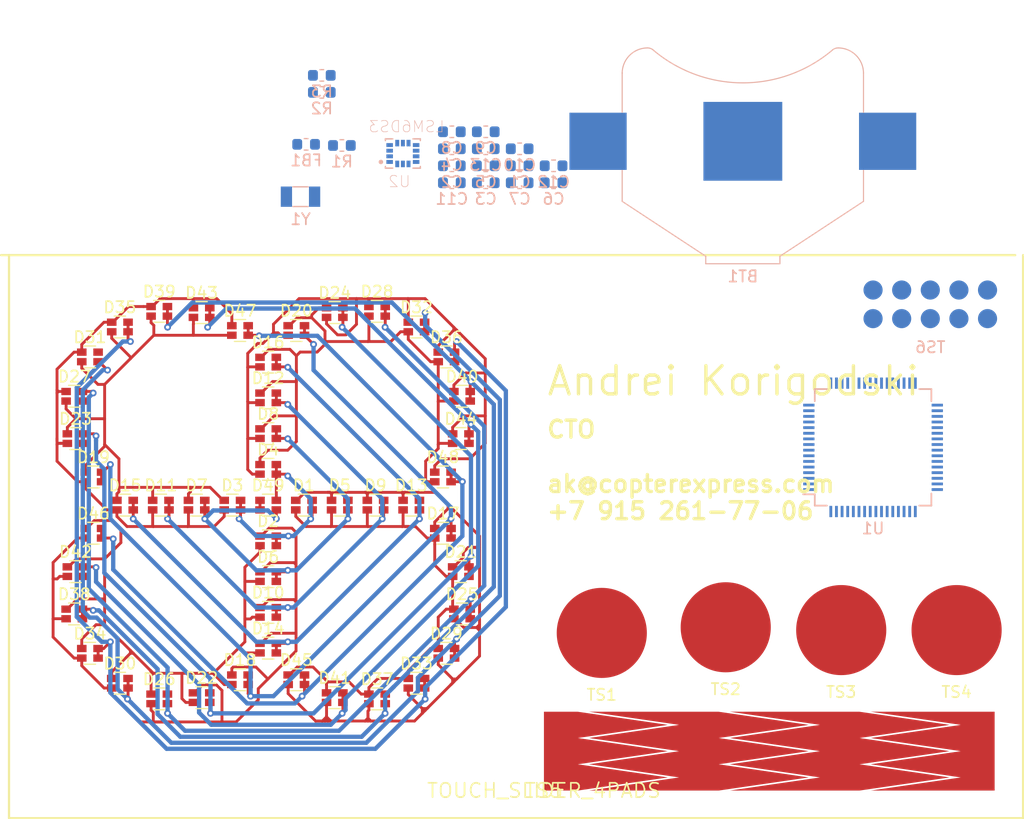
<source format=kicad_pcb>
(kicad_pcb (version 20171130) (host pcbnew 5.0.2+dfsg1-1~bpo9+1)
  (layers (0 F.Cu signal) (31 B.Cu signal) (34 B.Paste user) (35 F.Paste user) (36 B.SilkS user) (37 F.SilkS user) (38 B.Mask user) (39 F.Mask user) (44 Edge.Cuts user))
  (net 0 "")
  (net 1 LED_K0)
  (net 2 LED_K1)
  (net 3 LED_A0)
  (net 4 LED_K3)
  (net 5 LED_K2)
  (net 6 LED_K4)
  (net 7 LED_K5)
  (net 8 LED_K7)
  (net 9 LED_K6)
  (net 10 LED_K8)
  (net 11 LED_A1)
  (net 12 LED_A2)
  (net 13 LED_A3)
  (net 14 LED_A4)
  (net 15 LED_A5)
  (net 16 LED_A6)
  (net 17 LED_A7)
  (net 18 LED_A8)
  (net 19 VDD)
  (net 20 N$2)
  (net 21 MCU_AVDD)
  (net 22 GND)
  (net 23 N$7)
  (net 24 N$6)
  (net 25 N$13)
  (net 26 N$14)
  (net 27 N$5)
  (net 28 N$19)
  (net 29 N$20)
  (net 30 N$16)
  (net 31 N$15)
  (net 32 N$17)
  (net 33 N$18)
  (net 34 N$12)
  (net 35 N$11)
  (net 36 TOUCH_PAD0)
  (net 37 N$1)
  (net 38 TOUCH_PAD1)
  (net 39 TOUCH_PAD2)
  (net 40 TOUCH_PAD3)
  (net 41 N$21)
  (net 42 N$22)
  (net 43 N$23)
  (net 44 N$24)
  (net 45 N$8)
  (net 46 N$10)
  (net 47 N$9)
  (net 48 N$25)
  (net 49 N$26)
  (net 50 LED_K9)
  (net 51 LED_K10)
  (net 52 LED_K11)
  (module footprints:LED_DUAL_0606 (layer F.Cu) (at 96.175 57.2)
    (fp_text reference D1 (at 0 -1.75) (layer F.SilkS))
    (fp_text value LED_Dual_AACC)
    (pad 3 smd rect (at 0.725 -0.425) (size 0.85 0.65) (layers F.Cu F.Paste F.Mask) (net 1 LED_K0))
    (pad 4 smd rect (at 0.725 0.425) (size 0.85 0.65) (layers F.Cu F.Paste F.Mask) (net 1 LED_K0))
    (pad 2 smd rect (at -0.725 0.425) (size 0.85 0.65) (layers F.Cu F.Paste F.Mask) (net 11 LED_A1))
    (pad 1 smd rect (at -0.725 -0.425) (size 0.85 0.65) (layers F.Cu F.Paste F.Mask) (net 3 LED_A0))
  )
  (module footprints:LED_DUAL_0606 (layer F.Cu) (at 93 60.375)
    (fp_text reference D2 (at 0 -1.75) (layer F.SilkS))
    (fp_text value LED_Dual_AACC)
    (pad 3 smd rect (at 0.725 -0.425) (size 0.85 0.65) (layers F.Cu F.Paste F.Mask) (net 1 LED_K0))
    (pad 4 smd rect (at 0.725 0.425) (size 0.85 0.65) (layers F.Cu F.Paste F.Mask) (net 1 LED_K0))
    (pad 2 smd rect (at -0.725 0.425) (size 0.85 0.65) (layers F.Cu F.Paste F.Mask) (net 13 LED_A3))
    (pad 1 smd rect (at -0.725 -0.425) (size 0.85 0.65) (layers F.Cu F.Paste F.Mask) (net 12 LED_A2))
  )
  (module footprints:LED_DUAL_0606 (layer F.Cu) (at 89.825 57.2)
    (fp_text reference D3 (at 0 -1.75) (layer F.SilkS))
    (fp_text value LED_Dual_AACC)
    (pad 3 smd rect (at 0.725 -0.425) (size 0.85 0.65) (layers F.Cu F.Paste F.Mask) (net 1 LED_K0))
    (pad 4 smd rect (at 0.725 0.425) (size 0.85 0.65) (layers F.Cu F.Paste F.Mask) (net 1 LED_K0))
    (pad 2 smd rect (at -0.725 0.425) (size 0.85 0.65) (layers F.Cu F.Paste F.Mask) (net 15 LED_A5))
    (pad 1 smd rect (at -0.725 -0.425) (size 0.85 0.65) (layers F.Cu F.Paste F.Mask) (net 14 LED_A4))
  )
  (module footprints:LED_DUAL_0606 (layer F.Cu) (at 93 54.025)
    (fp_text reference D4 (at 0 -1.75) (layer F.SilkS))
    (fp_text value LED_Dual_AACC)
    (pad 3 smd rect (at 0.725 -0.425) (size 0.85 0.65) (layers F.Cu F.Paste F.Mask) (net 1 LED_K0))
    (pad 4 smd rect (at 0.725 0.425) (size 0.85 0.65) (layers F.Cu F.Paste F.Mask) (net 1 LED_K0))
    (pad 2 smd rect (at -0.725 0.425) (size 0.85 0.65) (layers F.Cu F.Paste F.Mask) (net 17 LED_A7))
    (pad 1 smd rect (at -0.725 -0.425) (size 0.85 0.65) (layers F.Cu F.Paste F.Mask) (net 16 LED_A6))
  )
  (module footprints:LED_DUAL_0606 (layer F.Cu) (at 99.35 57.2)
    (fp_text reference D5 (at 0 -1.75) (layer F.SilkS))
    (fp_text value LED_Dual_AACC)
    (pad 3 smd rect (at 0.725 -0.425) (size 0.85 0.65) (layers F.Cu F.Paste F.Mask) (net 2 LED_K1))
    (pad 4 smd rect (at 0.725 0.425) (size 0.85 0.65) (layers F.Cu F.Paste F.Mask) (net 2 LED_K1))
    (pad 2 smd rect (at -0.725 0.425) (size 0.85 0.65) (layers F.Cu F.Paste F.Mask) (net 11 LED_A1))
    (pad 1 smd rect (at -0.725 -0.425) (size 0.85 0.65) (layers F.Cu F.Paste F.Mask) (net 3 LED_A0))
  )
  (module footprints:LED_DUAL_0606 (layer F.Cu) (at 93 63.55)
    (fp_text reference D6 (at 0 -1.75) (layer F.SilkS))
    (fp_text value LED_Dual_AACC)
    (pad 3 smd rect (at 0.725 -0.425) (size 0.85 0.65) (layers F.Cu F.Paste F.Mask) (net 2 LED_K1))
    (pad 4 smd rect (at 0.725 0.425) (size 0.85 0.65) (layers F.Cu F.Paste F.Mask) (net 2 LED_K1))
    (pad 2 smd rect (at -0.725 0.425) (size 0.85 0.65) (layers F.Cu F.Paste F.Mask) (net 13 LED_A3))
    (pad 1 smd rect (at -0.725 -0.425) (size 0.85 0.65) (layers F.Cu F.Paste F.Mask) (net 12 LED_A2))
  )
  (module footprints:LED_DUAL_0606 (layer F.Cu) (at 86.65 57.2)
    (fp_text reference D7 (at 0 -1.75) (layer F.SilkS))
    (fp_text value LED_Dual_AACC)
    (pad 3 smd rect (at 0.725 -0.425) (size 0.85 0.65) (layers F.Cu F.Paste F.Mask) (net 2 LED_K1))
    (pad 4 smd rect (at 0.725 0.425) (size 0.85 0.65) (layers F.Cu F.Paste F.Mask) (net 2 LED_K1))
    (pad 2 smd rect (at -0.725 0.425) (size 0.85 0.65) (layers F.Cu F.Paste F.Mask) (net 15 LED_A5))
    (pad 1 smd rect (at -0.725 -0.425) (size 0.85 0.65) (layers F.Cu F.Paste F.Mask) (net 14 LED_A4))
  )
  (module footprints:LED_DUAL_0606 (layer F.Cu) (at 93 50.85)
    (fp_text reference D8 (at 0 -1.75) (layer F.SilkS))
    (fp_text value LED_Dual_AACC)
    (pad 3 smd rect (at 0.725 -0.425) (size 0.85 0.65) (layers F.Cu F.Paste F.Mask) (net 2 LED_K1))
    (pad 4 smd rect (at 0.725 0.425) (size 0.85 0.65) (layers F.Cu F.Paste F.Mask) (net 2 LED_K1))
    (pad 2 smd rect (at -0.725 0.425) (size 0.85 0.65) (layers F.Cu F.Paste F.Mask) (net 17 LED_A7))
    (pad 1 smd rect (at -0.725 -0.425) (size 0.85 0.65) (layers F.Cu F.Paste F.Mask) (net 16 LED_A6))
  )
  (module footprints:LED_DUAL_0606 (layer F.Cu) (at 102.525 57.2)
    (fp_text reference D9 (at 0 -1.75) (layer F.SilkS))
    (fp_text value LED_Dual_AACC)
    (pad 3 smd rect (at 0.725 -0.425) (size 0.85 0.65) (layers F.Cu F.Paste F.Mask) (net 5 LED_K2))
    (pad 4 smd rect (at 0.725 0.425) (size 0.85 0.65) (layers F.Cu F.Paste F.Mask) (net 5 LED_K2))
    (pad 2 smd rect (at -0.725 0.425) (size 0.85 0.65) (layers F.Cu F.Paste F.Mask) (net 11 LED_A1))
    (pad 1 smd rect (at -0.725 -0.425) (size 0.85 0.65) (layers F.Cu F.Paste F.Mask) (net 3 LED_A0))
  )
  (module footprints:LED_DUAL_0606 (layer F.Cu) (at 93 66.724999)
    (fp_text reference D10 (at 0 -1.75) (layer F.SilkS))
    (fp_text value LED_Dual_AACC)
    (pad 3 smd rect (at 0.725 -0.425) (size 0.85 0.65) (layers F.Cu F.Paste F.Mask) (net 5 LED_K2))
    (pad 4 smd rect (at 0.725 0.425) (size 0.85 0.65) (layers F.Cu F.Paste F.Mask) (net 5 LED_K2))
    (pad 2 smd rect (at -0.725 0.425) (size 0.85 0.65) (layers F.Cu F.Paste F.Mask) (net 13 LED_A3))
    (pad 1 smd rect (at -0.725 -0.425) (size 0.85 0.65) (layers F.Cu F.Paste F.Mask) (net 12 LED_A2))
  )
  (module footprints:LED_DUAL_0606 (layer F.Cu) (at 83.475 57.2)
    (fp_text reference D11 (at 0 -1.75) (layer F.SilkS))
    (fp_text value LED_Dual_AACC)
    (pad 3 smd rect (at 0.725 -0.425) (size 0.85 0.65) (layers F.Cu F.Paste F.Mask) (net 5 LED_K2))
    (pad 4 smd rect (at 0.725 0.425) (size 0.85 0.65) (layers F.Cu F.Paste F.Mask) (net 5 LED_K2))
    (pad 2 smd rect (at -0.725 0.425) (size 0.85 0.65) (layers F.Cu F.Paste F.Mask) (net 15 LED_A5))
    (pad 1 smd rect (at -0.725 -0.425) (size 0.85 0.65) (layers F.Cu F.Paste F.Mask) (net 14 LED_A4))
  )
  (module footprints:LED_DUAL_0606 (layer F.Cu) (at 93 47.675)
    (fp_text reference D12 (at 0 -1.75) (layer F.SilkS))
    (fp_text value LED_Dual_AACC)
    (pad 3 smd rect (at 0.725 -0.425) (size 0.85 0.65) (layers F.Cu F.Paste F.Mask) (net 5 LED_K2))
    (pad 4 smd rect (at 0.725 0.425) (size 0.85 0.65) (layers F.Cu F.Paste F.Mask) (net 5 LED_K2))
    (pad 2 smd rect (at -0.725 0.425) (size 0.85 0.65) (layers F.Cu F.Paste F.Mask) (net 17 LED_A7))
    (pad 1 smd rect (at -0.725 -0.425) (size 0.85 0.65) (layers F.Cu F.Paste F.Mask) (net 16 LED_A6))
  )
  (module footprints:LED_DUAL_0606 (layer F.Cu) (at 105.7 57.2)
    (fp_text reference D13 (at 0 -1.75) (layer F.SilkS))
    (fp_text value LED_Dual_AACC)
    (pad 3 smd rect (at 0.725 -0.425) (size 0.85 0.65) (layers F.Cu F.Paste F.Mask) (net 4 LED_K3))
    (pad 4 smd rect (at 0.725 0.425) (size 0.85 0.65) (layers F.Cu F.Paste F.Mask) (net 4 LED_K3))
    (pad 2 smd rect (at -0.725 0.425) (size 0.85 0.65) (layers F.Cu F.Paste F.Mask) (net 11 LED_A1))
    (pad 1 smd rect (at -0.725 -0.425) (size 0.85 0.65) (layers F.Cu F.Paste F.Mask) (net 3 LED_A0))
  )
  (module footprints:LED_DUAL_0606 (layer F.Cu) (at 93 69.9)
    (fp_text reference D14 (at 0 -1.75) (layer F.SilkS))
    (fp_text value LED_Dual_AACC)
    (pad 3 smd rect (at 0.725 -0.425) (size 0.85 0.65) (layers F.Cu F.Paste F.Mask) (net 4 LED_K3))
    (pad 4 smd rect (at 0.725 0.425) (size 0.85 0.65) (layers F.Cu F.Paste F.Mask) (net 4 LED_K3))
    (pad 2 smd rect (at -0.725 0.425) (size 0.85 0.65) (layers F.Cu F.Paste F.Mask) (net 13 LED_A3))
    (pad 1 smd rect (at -0.725 -0.425) (size 0.85 0.65) (layers F.Cu F.Paste F.Mask) (net 12 LED_A2))
  )
  (module footprints:LED_DUAL_0606 (layer F.Cu) (at 80.3 57.2)
    (fp_text reference D15 (at 0 -1.75) (layer F.SilkS))
    (fp_text value LED_Dual_AACC)
    (pad 3 smd rect (at 0.725 -0.425) (size 0.85 0.65) (layers F.Cu F.Paste F.Mask) (net 4 LED_K3))
    (pad 4 smd rect (at 0.725 0.425) (size 0.85 0.65) (layers F.Cu F.Paste F.Mask) (net 4 LED_K3))
    (pad 2 smd rect (at -0.725 0.425) (size 0.85 0.65) (layers F.Cu F.Paste F.Mask) (net 15 LED_A5))
    (pad 1 smd rect (at -0.725 -0.425) (size 0.85 0.65) (layers F.Cu F.Paste F.Mask) (net 14 LED_A4))
  )
  (module footprints:LED_DUAL_0606 (layer F.Cu) (at 93 44.5)
    (fp_text reference D16 (at 0 -1.75) (layer F.SilkS))
    (fp_text value LED_Dual_AACC)
    (pad 3 smd rect (at 0.725 -0.425) (size 0.85 0.65) (layers F.Cu F.Paste F.Mask) (net 4 LED_K3))
    (pad 4 smd rect (at 0.725 0.425) (size 0.85 0.65) (layers F.Cu F.Paste F.Mask) (net 4 LED_K3))
    (pad 2 smd rect (at -0.725 0.425) (size 0.85 0.65) (layers F.Cu F.Paste F.Mask) (net 17 LED_A7))
    (pad 1 smd rect (at -0.725 -0.425) (size 0.85 0.65) (layers F.Cu F.Paste F.Mask) (net 16 LED_A6))
  )
  (module footprints:LED_DUAL_0606 (layer F.Cu) (at 108.508852 59.699666)
    (fp_text reference D17 (at 0 -1.75) (layer F.SilkS))
    (fp_text value LED_Dual_AACC)
    (pad 3 smd rect (at 0.725 -0.425) (size 0.85 0.65) (layers F.Cu F.Paste F.Mask) (net 6 LED_K4))
    (pad 4 smd rect (at 0.725 0.425) (size 0.85 0.65) (layers F.Cu F.Paste F.Mask) (net 6 LED_K4))
    (pad 2 smd rect (at -0.725 0.425) (size 0.85 0.65) (layers F.Cu F.Paste F.Mask) (net 11 LED_A1))
    (pad 1 smd rect (at -0.725 -0.425) (size 0.85 0.65) (layers F.Cu F.Paste F.Mask) (net 3 LED_A0))
  )
  (module footprints:LED_DUAL_0606 (layer F.Cu) (at 90.500333 72.708852)
    (fp_text reference D18 (at 0 -1.75) (layer F.SilkS))
    (fp_text value LED_Dual_AACC)
    (pad 3 smd rect (at 0.725 -0.425) (size 0.85 0.65) (layers F.Cu F.Paste F.Mask) (net 6 LED_K4))
    (pad 4 smd rect (at 0.725 0.425) (size 0.85 0.65) (layers F.Cu F.Paste F.Mask) (net 6 LED_K4))
    (pad 2 smd rect (at -0.725 0.425) (size 0.85 0.65) (layers F.Cu F.Paste F.Mask) (net 13 LED_A3))
    (pad 1 smd rect (at -0.725 -0.425) (size 0.85 0.65) (layers F.Cu F.Paste F.Mask) (net 12 LED_A2))
  )
  (module footprints:LED_DUAL_0606 (layer F.Cu) (at 77.491147 54.700333)
    (fp_text reference D19 (at 0 -1.75) (layer F.SilkS))
    (fp_text value LED_Dual_AACC)
    (pad 3 smd rect (at 0.725 -0.425) (size 0.85 0.65) (layers F.Cu F.Paste F.Mask) (net 6 LED_K4))
    (pad 4 smd rect (at 0.725 0.425) (size 0.85 0.65) (layers F.Cu F.Paste F.Mask) (net 6 LED_K4))
    (pad 2 smd rect (at -0.725 0.425) (size 0.85 0.65) (layers F.Cu F.Paste F.Mask) (net 15 LED_A5))
    (pad 1 smd rect (at -0.725 -0.425) (size 0.85 0.65) (layers F.Cu F.Paste F.Mask) (net 14 LED_A4))
  )
  (module footprints:LED_DUAL_0606 (layer F.Cu) (at 95.499666 41.691147)
    (fp_text reference D20 (at 0 -1.75) (layer F.SilkS))
    (fp_text value LED_Dual_AACC)
    (pad 3 smd rect (at 0.725 -0.425) (size 0.85 0.65) (layers F.Cu F.Paste F.Mask) (net 6 LED_K4))
    (pad 4 smd rect (at 0.725 0.425) (size 0.85 0.65) (layers F.Cu F.Paste F.Mask) (net 6 LED_K4))
    (pad 2 smd rect (at -0.725 0.425) (size 0.85 0.65) (layers F.Cu F.Paste F.Mask) (net 17 LED_A7))
    (pad 1 smd rect (at -0.725 -0.425) (size 0.85 0.65) (layers F.Cu F.Paste F.Mask) (net 16 LED_A6))
  )
  (module footprints:LED_DUAL_0606 (layer F.Cu) (at 110.097919 63.107431)
    (fp_text reference D21 (at 0 -1.75) (layer F.SilkS))
    (fp_text value LED_Dual_AACC)
    (pad 3 smd rect (at 0.725 -0.425) (size 0.85 0.65) (layers F.Cu F.Paste F.Mask) (net 7 LED_K5))
    (pad 4 smd rect (at 0.725 0.425) (size 0.85 0.65) (layers F.Cu F.Paste F.Mask) (net 7 LED_K5))
    (pad 2 smd rect (at -0.725 0.425) (size 0.85 0.65) (layers F.Cu F.Paste F.Mask) (net 11 LED_A1))
    (pad 1 smd rect (at -0.725 -0.425) (size 0.85 0.65) (layers F.Cu F.Paste F.Mask) (net 3 LED_A0))
  )
  (module footprints:LED_DUAL_0606 (layer F.Cu) (at 87.092568 74.297919)
    (fp_text reference D22 (at 0 -1.75) (layer F.SilkS))
    (fp_text value LED_Dual_AACC)
    (pad 3 smd rect (at 0.725 -0.425) (size 0.85 0.65) (layers F.Cu F.Paste F.Mask) (net 7 LED_K5))
    (pad 4 smd rect (at 0.725 0.425) (size 0.85 0.65) (layers F.Cu F.Paste F.Mask) (net 7 LED_K5))
    (pad 2 smd rect (at -0.725 0.425) (size 0.85 0.65) (layers F.Cu F.Paste F.Mask) (net 13 LED_A3))
    (pad 1 smd rect (at -0.725 -0.425) (size 0.85 0.65) (layers F.Cu F.Paste F.Mask) (net 12 LED_A2))
  )
  (module footprints:LED_DUAL_0606 (layer F.Cu) (at 75.90208 51.292568)
    (fp_text reference D23 (at 0 -1.75) (layer F.SilkS))
    (fp_text value LED_Dual_AACC)
    (pad 3 smd rect (at 0.725 -0.425) (size 0.85 0.65) (layers F.Cu F.Paste F.Mask) (net 7 LED_K5))
    (pad 4 smd rect (at 0.725 0.425) (size 0.85 0.65) (layers F.Cu F.Paste F.Mask) (net 7 LED_K5))
    (pad 2 smd rect (at -0.725 0.425) (size 0.85 0.65) (layers F.Cu F.Paste F.Mask) (net 15 LED_A5))
    (pad 1 smd rect (at -0.725 -0.425) (size 0.85 0.65) (layers F.Cu F.Paste F.Mask) (net 14 LED_A4))
  )
  (module footprints:LED_DUAL_0606 (layer F.Cu) (at 98.907431 40.10208)
    (fp_text reference D24 (at 0 -1.75) (layer F.SilkS))
    (fp_text value LED_Dual_AACC)
    (pad 3 smd rect (at 0.725 -0.425) (size 0.85 0.65) (layers F.Cu F.Paste F.Mask) (net 7 LED_K5))
    (pad 4 smd rect (at 0.725 0.425) (size 0.85 0.65) (layers F.Cu F.Paste F.Mask) (net 7 LED_K5))
    (pad 2 smd rect (at -0.725 0.425) (size 0.85 0.65) (layers F.Cu F.Paste F.Mask) (net 17 LED_A7))
    (pad 1 smd rect (at -0.725 -0.425) (size 0.85 0.65) (layers F.Cu F.Paste F.Mask) (net 16 LED_A6))
  )
  (module footprints:LED_DUAL_0606 (layer F.Cu) (at 110.207279 66.865892)
    (fp_text reference D25 (at 0 -1.75) (layer F.SilkS))
    (fp_text value LED_Dual_AACC)
    (pad 3 smd rect (at 0.725 -0.425) (size 0.85 0.65) (layers F.Cu F.Paste F.Mask) (net 9 LED_K6))
    (pad 4 smd rect (at 0.725 0.425) (size 0.85 0.65) (layers F.Cu F.Paste F.Mask) (net 9 LED_K6))
    (pad 2 smd rect (at -0.725 0.425) (size 0.85 0.65) (layers F.Cu F.Paste F.Mask) (net 3 LED_A0))
    (pad 1 smd rect (at -0.725 -0.425) (size 0.85 0.65) (layers F.Cu F.Paste F.Mask) (net 11 LED_A1))
  )
  (module footprints:LED_DUAL_0606 (layer F.Cu) (at 83.334107 74.407279)
    (fp_text reference D26 (at 0 -1.75) (layer F.SilkS))
    (fp_text value LED_Dual_AACC)
    (pad 3 smd rect (at 0.725 -0.425) (size 0.85 0.65) (layers F.Cu F.Paste F.Mask) (net 9 LED_K6))
    (pad 4 smd rect (at 0.725 0.425) (size 0.85 0.65) (layers F.Cu F.Paste F.Mask) (net 9 LED_K6))
    (pad 2 smd rect (at -0.725 0.425) (size 0.85 0.65) (layers F.Cu F.Paste F.Mask) (net 12 LED_A2))
    (pad 1 smd rect (at -0.725 -0.425) (size 0.85 0.65) (layers F.Cu F.Paste F.Mask) (net 13 LED_A3))
  )
  (module footprints:LED_DUAL_0606 (layer F.Cu) (at 75.79272 47.534107)
    (fp_text reference D27 (at 0 -1.75) (layer F.SilkS))
    (fp_text value LED_Dual_AACC)
    (pad 3 smd rect (at 0.725 -0.425) (size 0.85 0.65) (layers F.Cu F.Paste F.Mask) (net 9 LED_K6))
    (pad 4 smd rect (at 0.725 0.425) (size 0.85 0.65) (layers F.Cu F.Paste F.Mask) (net 9 LED_K6))
    (pad 2 smd rect (at -0.725 0.425) (size 0.85 0.65) (layers F.Cu F.Paste F.Mask) (net 14 LED_A4))
    (pad 1 smd rect (at -0.725 -0.425) (size 0.85 0.65) (layers F.Cu F.Paste F.Mask) (net 15 LED_A5))
  )
  (module footprints:LED_DUAL_0606 (layer F.Cu) (at 102.665892 39.99272)
    (fp_text reference D28 (at 0 -1.75) (layer F.SilkS))
    (fp_text value LED_Dual_AACC)
    (pad 3 smd rect (at 0.725 -0.425) (size 0.85 0.65) (layers F.Cu F.Paste F.Mask) (net 9 LED_K6))
    (pad 4 smd rect (at 0.725 0.425) (size 0.85 0.65) (layers F.Cu F.Paste F.Mask) (net 9 LED_K6))
    (pad 2 smd rect (at -0.725 0.425) (size 0.85 0.65) (layers F.Cu F.Paste F.Mask) (net 16 LED_A6))
    (pad 1 smd rect (at -0.725 -0.425) (size 0.85 0.65) (layers F.Cu F.Paste F.Mask) (net 17 LED_A7))
  )
  (module footprints:LED_DUAL_0606 (layer F.Cu) (at 108.819045 70.360287)
    (fp_text reference D29 (at 0 -1.75) (layer F.SilkS))
    (fp_text value LED_Dual_AACC)
    (pad 3 smd rect (at 0.725 -0.425) (size 0.85 0.65) (layers F.Cu F.Paste F.Mask) (net 8 LED_K7))
    (pad 4 smd rect (at 0.725 0.425) (size 0.85 0.65) (layers F.Cu F.Paste F.Mask) (net 8 LED_K7))
    (pad 2 smd rect (at -0.725 0.425) (size 0.85 0.65) (layers F.Cu F.Paste F.Mask) (net 3 LED_A0))
    (pad 1 smd rect (at -0.725 -0.425) (size 0.85 0.65) (layers F.Cu F.Paste F.Mask) (net 11 LED_A1))
  )
  (module footprints:LED_DUAL_0606 (layer F.Cu) (at 79.839712 73.019045)
    (fp_text reference D30 (at 0 -1.75) (layer F.SilkS))
    (fp_text value LED_Dual_AACC)
    (pad 3 smd rect (at 0.725 -0.425) (size 0.85 0.65) (layers F.Cu F.Paste F.Mask) (net 8 LED_K7))
    (pad 4 smd rect (at 0.725 0.425) (size 0.85 0.65) (layers F.Cu F.Paste F.Mask) (net 8 LED_K7))
    (pad 2 smd rect (at -0.725 0.425) (size 0.85 0.65) (layers F.Cu F.Paste F.Mask) (net 12 LED_A2))
    (pad 1 smd rect (at -0.725 -0.425) (size 0.85 0.65) (layers F.Cu F.Paste F.Mask) (net 13 LED_A3))
  )
  (module footprints:LED_DUAL_0606 (layer F.Cu) (at 77.180954 44.039712)
    (fp_text reference D31 (at 0 -1.75) (layer F.SilkS))
    (fp_text value LED_Dual_AACC)
    (pad 3 smd rect (at 0.725 -0.425) (size 0.85 0.65) (layers F.Cu F.Paste F.Mask) (net 8 LED_K7))
    (pad 4 smd rect (at 0.725 0.425) (size 0.85 0.65) (layers F.Cu F.Paste F.Mask) (net 8 LED_K7))
    (pad 2 smd rect (at -0.725 0.425) (size 0.85 0.65) (layers F.Cu F.Paste F.Mask) (net 14 LED_A4))
    (pad 1 smd rect (at -0.725 -0.425) (size 0.85 0.65) (layers F.Cu F.Paste F.Mask) (net 15 LED_A5))
  )
  (module footprints:LED_DUAL_0606 (layer F.Cu) (at 106.160287 41.380954)
    (fp_text reference D32 (at 0 -1.75) (layer F.SilkS))
    (fp_text value LED_Dual_AACC)
    (pad 3 smd rect (at 0.725 -0.425) (size 0.85 0.65) (layers F.Cu F.Paste F.Mask) (net 8 LED_K7))
    (pad 4 smd rect (at 0.725 0.425) (size 0.85 0.65) (layers F.Cu F.Paste F.Mask) (net 8 LED_K7))
    (pad 2 smd rect (at -0.725 0.425) (size 0.85 0.65) (layers F.Cu F.Paste F.Mask) (net 16 LED_A6))
    (pad 1 smd rect (at -0.725 -0.425) (size 0.85 0.65) (layers F.Cu F.Paste F.Mask) (net 17 LED_A7))
  )
  (module footprints:LED_DUAL_0606 (layer F.Cu) (at 106.160287 73.019045)
    (fp_text reference D33 (at 0 -1.75) (layer F.SilkS))
    (fp_text value LED_Dual_AACC)
    (pad 3 smd rect (at 0.725 -0.425) (size 0.85 0.65) (layers F.Cu F.Paste F.Mask) (net 10 LED_K8))
    (pad 4 smd rect (at 0.725 0.425) (size 0.85 0.65) (layers F.Cu F.Paste F.Mask) (net 10 LED_K8))
    (pad 2 smd rect (at -0.725 0.425) (size 0.85 0.65) (layers F.Cu F.Paste F.Mask) (net 3 LED_A0))
    (pad 1 smd rect (at -0.725 -0.425) (size 0.85 0.65) (layers F.Cu F.Paste F.Mask) (net 11 LED_A1))
  )
  (module footprints:LED_DUAL_0606 (layer F.Cu) (at 77.180954 70.360287)
    (fp_text reference D34 (at 0 -1.75) (layer F.SilkS))
    (fp_text value LED_Dual_AACC)
    (pad 3 smd rect (at 0.725 -0.425) (size 0.85 0.65) (layers F.Cu F.Paste F.Mask) (net 10 LED_K8))
    (pad 4 smd rect (at 0.725 0.425) (size 0.85 0.65) (layers F.Cu F.Paste F.Mask) (net 10 LED_K8))
    (pad 2 smd rect (at -0.725 0.425) (size 0.85 0.65) (layers F.Cu F.Paste F.Mask) (net 12 LED_A2))
    (pad 1 smd rect (at -0.725 -0.425) (size 0.85 0.65) (layers F.Cu F.Paste F.Mask) (net 13 LED_A3))
  )
  (module footprints:LED_DUAL_0606 (layer F.Cu) (at 79.839712 41.380954)
    (fp_text reference D35 (at 0 -1.75) (layer F.SilkS))
    (fp_text value LED_Dual_AACC)
    (pad 3 smd rect (at 0.725 -0.425) (size 0.85 0.65) (layers F.Cu F.Paste F.Mask) (net 10 LED_K8))
    (pad 4 smd rect (at 0.725 0.425) (size 0.85 0.65) (layers F.Cu F.Paste F.Mask) (net 10 LED_K8))
    (pad 2 smd rect (at -0.725 0.425) (size 0.85 0.65) (layers F.Cu F.Paste F.Mask) (net 14 LED_A4))
    (pad 1 smd rect (at -0.725 -0.425) (size 0.85 0.65) (layers F.Cu F.Paste F.Mask) (net 15 LED_A5))
  )
  (module footprints:LED_DUAL_0606 (layer F.Cu) (at 108.819045 44.039712)
    (fp_text reference D36 (at 0 -1.75) (layer F.SilkS))
    (fp_text value LED_Dual_AACC)
    (pad 3 smd rect (at 0.725 -0.425) (size 0.85 0.65) (layers F.Cu F.Paste F.Mask) (net 10 LED_K8))
    (pad 4 smd rect (at 0.725 0.425) (size 0.85 0.65) (layers F.Cu F.Paste F.Mask) (net 10 LED_K8))
    (pad 2 smd rect (at -0.725 0.425) (size 0.85 0.65) (layers F.Cu F.Paste F.Mask) (net 16 LED_A6))
    (pad 1 smd rect (at -0.725 -0.425) (size 0.85 0.65) (layers F.Cu F.Paste F.Mask) (net 17 LED_A7))
  )
  (module footprints:LED_DUAL_0606 (layer F.Cu) (at 102.665892 74.407279)
    (fp_text reference D37 (at 0 -1.75) (layer F.SilkS))
    (fp_text value LED_Dual_AACC)
    (pad 3 smd rect (at 0.725 -0.425) (size 0.85 0.65) (layers F.Cu F.Paste F.Mask) (net 50 LED_K9))
    (pad 4 smd rect (at 0.725 0.425) (size 0.85 0.65) (layers F.Cu F.Paste F.Mask) (net 50 LED_K9))
    (pad 2 smd rect (at -0.725 0.425) (size 0.85 0.65) (layers F.Cu F.Paste F.Mask) (net 3 LED_A0))
    (pad 1 smd rect (at -0.725 -0.425) (size 0.85 0.65) (layers F.Cu F.Paste F.Mask) (net 11 LED_A1))
  )
  (module footprints:LED_DUAL_0606 (layer F.Cu) (at 75.79272 66.865892)
    (fp_text reference D38 (at 0 -1.75) (layer F.SilkS))
    (fp_text value LED_Dual_AACC)
    (pad 3 smd rect (at 0.725 -0.425) (size 0.85 0.65) (layers F.Cu F.Paste F.Mask) (net 50 LED_K9))
    (pad 4 smd rect (at 0.725 0.425) (size 0.85 0.65) (layers F.Cu F.Paste F.Mask) (net 50 LED_K9))
    (pad 2 smd rect (at -0.725 0.425) (size 0.85 0.65) (layers F.Cu F.Paste F.Mask) (net 12 LED_A2))
    (pad 1 smd rect (at -0.725 -0.425) (size 0.85 0.65) (layers F.Cu F.Paste F.Mask) (net 13 LED_A3))
  )
  (module footprints:LED_DUAL_0606 (layer F.Cu) (at 83.334107 39.99272)
    (fp_text reference D39 (at 0 -1.75) (layer F.SilkS))
    (fp_text value LED_Dual_AACC)
    (pad 3 smd rect (at 0.725 -0.425) (size 0.85 0.65) (layers F.Cu F.Paste F.Mask) (net 50 LED_K9))
    (pad 4 smd rect (at 0.725 0.425) (size 0.85 0.65) (layers F.Cu F.Paste F.Mask) (net 50 LED_K9))
    (pad 2 smd rect (at -0.725 0.425) (size 0.85 0.65) (layers F.Cu F.Paste F.Mask) (net 14 LED_A4))
    (pad 1 smd rect (at -0.725 -0.425) (size 0.85 0.65) (layers F.Cu F.Paste F.Mask) (net 15 LED_A5))
  )
  (module footprints:LED_DUAL_0606 (layer F.Cu) (at 110.207279 47.534107)
    (fp_text reference D40 (at 0 -1.75) (layer F.SilkS))
    (fp_text value LED_Dual_AACC)
    (pad 3 smd rect (at 0.725 -0.425) (size 0.85 0.65) (layers F.Cu F.Paste F.Mask) (net 50 LED_K9))
    (pad 4 smd rect (at 0.725 0.425) (size 0.85 0.65) (layers F.Cu F.Paste F.Mask) (net 50 LED_K9))
    (pad 2 smd rect (at -0.725 0.425) (size 0.85 0.65) (layers F.Cu F.Paste F.Mask) (net 16 LED_A6))
    (pad 1 smd rect (at -0.725 -0.425) (size 0.85 0.65) (layers F.Cu F.Paste F.Mask) (net 17 LED_A7))
  )
  (module footprints:LED_DUAL_0606 (layer F.Cu) (at 98.907431 74.297919)
    (fp_text reference D41 (at 0 -1.75) (layer F.SilkS))
    (fp_text value LED_Dual_AACC)
    (pad 3 smd rect (at 0.725 -0.425) (size 0.85 0.65) (layers F.Cu F.Paste F.Mask) (net 51 LED_K10))
    (pad 4 smd rect (at 0.725 0.425) (size 0.85 0.65) (layers F.Cu F.Paste F.Mask) (net 51 LED_K10))
    (pad 2 smd rect (at -0.725 0.425) (size 0.85 0.65) (layers F.Cu F.Paste F.Mask) (net 3 LED_A0))
    (pad 1 smd rect (at -0.725 -0.425) (size 0.85 0.65) (layers F.Cu F.Paste F.Mask) (net 11 LED_A1))
  )
  (module footprints:LED_DUAL_0606 (layer F.Cu) (at 75.90208 63.107431)
    (fp_text reference D42 (at 0 -1.75) (layer F.SilkS))
    (fp_text value LED_Dual_AACC)
    (pad 3 smd rect (at 0.725 -0.425) (size 0.85 0.65) (layers F.Cu F.Paste F.Mask) (net 51 LED_K10))
    (pad 4 smd rect (at 0.725 0.425) (size 0.85 0.65) (layers F.Cu F.Paste F.Mask) (net 51 LED_K10))
    (pad 2 smd rect (at -0.725 0.425) (size 0.85 0.65) (layers F.Cu F.Paste F.Mask) (net 12 LED_A2))
    (pad 1 smd rect (at -0.725 -0.425) (size 0.85 0.65) (layers F.Cu F.Paste F.Mask) (net 13 LED_A3))
  )
  (module footprints:LED_DUAL_0606 (layer F.Cu) (at 87.092568 40.10208)
    (fp_text reference D43 (at 0 -1.75) (layer F.SilkS))
    (fp_text value LED_Dual_AACC)
    (pad 3 smd rect (at 0.725 -0.425) (size 0.85 0.65) (layers F.Cu F.Paste F.Mask) (net 51 LED_K10))
    (pad 4 smd rect (at 0.725 0.425) (size 0.85 0.65) (layers F.Cu F.Paste F.Mask) (net 51 LED_K10))
    (pad 2 smd rect (at -0.725 0.425) (size 0.85 0.65) (layers F.Cu F.Paste F.Mask) (net 14 LED_A4))
    (pad 1 smd rect (at -0.725 -0.425) (size 0.85 0.65) (layers F.Cu F.Paste F.Mask) (net 15 LED_A5))
  )
  (module footprints:LED_DUAL_0606 (layer F.Cu) (at 110.097919 51.292568)
    (fp_text reference D44 (at 0 -1.75) (layer F.SilkS))
    (fp_text value LED_Dual_AACC)
    (pad 3 smd rect (at 0.725 -0.425) (size 0.85 0.65) (layers F.Cu F.Paste F.Mask) (net 51 LED_K10))
    (pad 4 smd rect (at 0.725 0.425) (size 0.85 0.65) (layers F.Cu F.Paste F.Mask) (net 51 LED_K10))
    (pad 2 smd rect (at -0.725 0.425) (size 0.85 0.65) (layers F.Cu F.Paste F.Mask) (net 16 LED_A6))
    (pad 1 smd rect (at -0.725 -0.425) (size 0.85 0.65) (layers F.Cu F.Paste F.Mask) (net 17 LED_A7))
  )
  (module footprints:LED_DUAL_0606 (layer F.Cu) (at 95.499666 72.708852)
    (fp_text reference D45 (at 0 -1.75) (layer F.SilkS))
    (fp_text value LED_Dual_AACC)
    (pad 3 smd rect (at 0.725 -0.425) (size 0.85 0.65) (layers F.Cu F.Paste F.Mask) (net 52 LED_K11))
    (pad 4 smd rect (at 0.725 0.425) (size 0.85 0.65) (layers F.Cu F.Paste F.Mask) (net 52 LED_K11))
    (pad 2 smd rect (at -0.725 0.425) (size 0.85 0.65) (layers F.Cu F.Paste F.Mask) (net 3 LED_A0))
    (pad 1 smd rect (at -0.725 -0.425) (size 0.85 0.65) (layers F.Cu F.Paste F.Mask) (net 11 LED_A1))
  )
  (module footprints:LED_DUAL_0606 (layer F.Cu) (at 77.491147 59.699666)
    (fp_text reference D46 (at 0 -1.75) (layer F.SilkS))
    (fp_text value LED_Dual_AACC)
    (pad 3 smd rect (at 0.725 -0.425) (size 0.85 0.65) (layers F.Cu F.Paste F.Mask) (net 52 LED_K11))
    (pad 4 smd rect (at 0.725 0.425) (size 0.85 0.65) (layers F.Cu F.Paste F.Mask) (net 52 LED_K11))
    (pad 2 smd rect (at -0.725 0.425) (size 0.85 0.65) (layers F.Cu F.Paste F.Mask) (net 12 LED_A2))
    (pad 1 smd rect (at -0.725 -0.425) (size 0.85 0.65) (layers F.Cu F.Paste F.Mask) (net 13 LED_A3))
  )
  (module footprints:LED_DUAL_0606 (layer F.Cu) (at 90.500333 41.691147)
    (fp_text reference D47 (at 0 -1.75) (layer F.SilkS))
    (fp_text value LED_Dual_AACC)
    (pad 3 smd rect (at 0.725 -0.425) (size 0.85 0.65) (layers F.Cu F.Paste F.Mask) (net 52 LED_K11))
    (pad 4 smd rect (at 0.725 0.425) (size 0.85 0.65) (layers F.Cu F.Paste F.Mask) (net 52 LED_K11))
    (pad 2 smd rect (at -0.725 0.425) (size 0.85 0.65) (layers F.Cu F.Paste F.Mask) (net 14 LED_A4))
    (pad 1 smd rect (at -0.725 -0.425) (size 0.85 0.65) (layers F.Cu F.Paste F.Mask) (net 15 LED_A5))
  )
  (module footprints:LED_DUAL_0606 (layer F.Cu) (at 108.508852 54.700333)
    (fp_text reference D48 (at 0 -1.75) (layer F.SilkS))
    (fp_text value LED_Dual_AACC)
    (pad 3 smd rect (at 0.725 -0.425) (size 0.85 0.65) (layers F.Cu F.Paste F.Mask) (net 52 LED_K11))
    (pad 4 smd rect (at 0.725 0.425) (size 0.85 0.65) (layers F.Cu F.Paste F.Mask) (net 52 LED_K11))
    (pad 2 smd rect (at -0.725 0.425) (size 0.85 0.65) (layers F.Cu F.Paste F.Mask) (net 16 LED_A6))
    (pad 1 smd rect (at -0.725 -0.425) (size 0.85 0.65) (layers F.Cu F.Paste F.Mask) (net 17 LED_A7))
  )
  (module footprints:LED_DUAL_0606 (layer F.Cu) (at 93 57.2)
    (fp_text reference D49 (at 0 -1.75) (layer F.SilkS))
    (fp_text value LED_Dual_AACC)
    (pad 3 smd rect (at 0.725 -0.425) (size 0.85 0.65) (layers F.Cu F.Paste F.Mask) (net 1 LED_K0))
    (pad 4 smd rect (at 0.725 0.425) (size 0.85 0.65) (layers F.Cu F.Paste F.Mask) (net 2 LED_K1))
    (pad 2 smd rect (at -0.725 0.425) (size 0.85 0.65) (layers F.Cu F.Paste F.Mask) (net 18 LED_A8))
    (pad 1 smd rect (at -0.725 -0.425) (size 0.85 0.65) (layers F.Cu F.Paste F.Mask) (net 18 LED_A8))
  )
  (module Inductor_SMD:L_0603_1608Metric (layer B.Cu) (at 96.3675 25.161291)
    (fp_text reference FB1 (at 0 1.43) (layer B.SilkS) (effects (justify mirror)))
    (fp_text value Ferrite_Bead_Small)
    (pad 2 smd roundrect (at 0.7875 0) (size 0.875 0.95) (layers B.Cu B.Paste B.Mask) (net 20 N$2))
    (pad 1 smd roundrect (at -0.7875 0) (size 0.875 0.95) (layers B.Cu B.Paste B.Mask) (net 19 VDD))
  )
  (module Resistor_SMD:R_0603_1608Metric (layer B.Cu) (at 99.5425 25.261291)
    (fp_text reference R1 (at 0 1.43) (layer B.SilkS) (effects (justify mirror)))
    (fp_text value 1)
    (pad 2 smd roundrect (at 0.7875 0) (size 0.875 0.95) (layers B.Cu B.Paste B.Mask) (net 21 MCU_AVDD))
    (pad 1 smd roundrect (at -0.7875 0) (size 0.875 0.95) (layers B.Cu B.Paste B.Mask) (net 20 N$2))
  )
  (module Package_QFP:LQFP-64_10x10mm_P0.5mm (layer B.Cu) (at 146.685 52.07)
    (fp_text reference U1 (at 0 7.2) (layer B.SilkS) (effects (justify mirror)))
    (fp_text value EFM32LG232F64)
    (pad 64 smd rect (at -3.75 5.7 270) (size 1 0.25) (layers B.Cu B.Paste B.Mask) (net 52 LED_K11))
    (pad 63 smd rect (at -3.25 5.7 270) (size 1 0.25) (layers B.Cu B.Paste B.Mask) (net 51 LED_K10))
    (pad 62 smd rect (at -2.75 5.7 270) (size 1 0.25) (layers B.Cu B.Paste B.Mask) (net 50 LED_K9))
    (pad 61 smd rect (at -2.25 5.7 270) (size 1 0.25) (layers B.Cu B.Paste B.Mask) (net 10 LED_K8))
    (pad 60 smd rect (at -1.75 5.7 270) (size 1 0.25) (layers B.Cu B.Paste B.Mask) (net 8 LED_K7))
    (pad 59 smd rect (at -1.25 5.7 270) (size 1 0.25) (layers B.Cu B.Paste B.Mask) (net 9 LED_K6))
    (pad 58 smd rect (at -0.75 5.7 270) (size 1 0.25) (layers B.Cu B.Paste B.Mask) (net 7 LED_K5))
    (pad 57 smd rect (at -0.25 5.7 270) (size 1 0.25) (layers B.Cu B.Paste B.Mask) (net 6 LED_K4))
    (pad 56 smd rect (at 0.25 5.7 270) (size 1 0.25) (layers B.Cu B.Paste B.Mask) (net 22 GND))
    (pad 55 smd rect (at 0.75 5.7 270) (size 1 0.25) (layers B.Cu B.Paste B.Mask) (net 19 VDD))
    (pad 54 smd rect (at 1.25 5.7 270) (size 1 0.25) (layers B.Cu B.Paste B.Mask) (net 4 LED_K3))
    (pad 53 smd rect (at 1.75 5.7 270) (size 1 0.25) (layers B.Cu B.Paste B.Mask) (net 5 LED_K2))
    (pad 52 smd rect (at 2.25 5.7 270) (size 1 0.25) (layers B.Cu B.Paste B.Mask) (net 2 LED_K1))
    (pad 51 smd rect (at 2.75 5.7 270) (size 1 0.25) (layers B.Cu B.Paste B.Mask) (net 1 LED_K0))
    (pad 50 smd rect (at 3.25 5.7 270) (size 1 0.25) (layers B.Cu B.Paste B.Mask) (net 47 N$9))
    (pad 49 smd rect (at 3.75 5.7 270) (size 1 0.25) (layers B.Cu B.Paste B.Mask) (net 46 N$10))
    (pad 48 smd rect (at 5.7 3.75) (size 1 0.25) (layers B.Cu B.Paste B.Mask) (net 45 N$8))
    (pad 47 smd rect (at 5.7 3.25) (size 1 0.25) (layers B.Cu B.Paste B.Mask) (net 44 N$24))
    (pad 46 smd rect (at 5.7 2.75) (size 1 0.25) (layers B.Cu B.Paste B.Mask) (net 43 N$23))
    (pad 45 smd rect (at 5.7 2.25) (size 1 0.25) (layers B.Cu B.Paste B.Mask) (net 42 N$22))
    (pad 44 smd rect (at 5.7 1.75) (size 1 0.25) (layers B.Cu B.Paste B.Mask) (net 41 N$21))
    (pad 43 smd rect (at 5.7 1.25) (size 1 0.25) (layers B.Cu B.Paste B.Mask) (net 40 TOUCH_PAD3))
    (pad 42 smd rect (at 5.7 0.75) (size 1 0.25) (layers B.Cu B.Paste B.Mask) (net 39 TOUCH_PAD2))
    (pad 41 smd rect (at 5.7 0.25) (size 1 0.25) (layers B.Cu B.Paste B.Mask) (net 38 TOUCH_PAD1))
    (pad 40 smd rect (at 5.7 -0.25) (size 1 0.25) (layers B.Cu B.Paste B.Mask) (net 37 N$1))
    (pad 39 smd rect (at 5.7 -0.75) (size 1 0.25) (layers B.Cu B.Paste B.Mask) (net 19 VDD))
    (pad 38 smd rect (at 5.7 -1.25) (size 1 0.25) (layers B.Cu B.Paste B.Mask) (net 22 GND))
    (pad 37 smd rect (at 5.7 -1.75) (size 1 0.25) (layers B.Cu B.Paste B.Mask) (net 36 TOUCH_PAD0))
    (pad 36 smd rect (at 5.7 -2.25) (size 1 0.25) (layers B.Cu B.Paste B.Mask) (net 22 GND))
    (pad 35 smd rect (at 5.7 -2.75) (size 1 0.25) (layers B.Cu B.Paste B.Mask) (net 35 N$11))
    (pad 34 smd rect (at 5.7 -3.25) (size 1 0.25) (layers B.Cu B.Paste B.Mask) (net 34 N$12))
    (pad 33 smd rect (at 5.7 -3.75) (size 1 0.25) (layers B.Cu B.Paste B.Mask) (net 22 GND))
    (pad 32 smd rect (at 3.75 -5.7 270) (size 1 0.25) (layers B.Cu B.Paste B.Mask) (net 22 GND))
    (pad 31 smd rect (at 3.25 -5.7 270) (size 1 0.25) (layers B.Cu B.Paste B.Mask) (net 33 N$18))
    (pad 30 smd rect (at 2.75 -5.7 270) (size 1 0.25) (layers B.Cu B.Paste B.Mask) (net 32 N$17))
    (pad 29 smd rect (at 2.25 -5.7 270) (size 1 0.25) (layers B.Cu B.Paste B.Mask) (net 31 N$15))
    (pad 28 smd rect (at 1.75 -5.7 270) (size 1 0.25) (layers B.Cu B.Paste B.Mask) (net 30 N$16))
    (pad 27 smd rect (at 1.25 -5.7 270) (size 1 0.25) (layers B.Cu B.Paste B.Mask) (net 21 MCU_AVDD))
    (pad 26 smd rect (at 0.75 -5.7 270) (size 1 0.25) (layers B.Cu B.Paste B.Mask) (net 19 VDD))
    (pad 25 smd rect (at 0.25 -5.7 270) (size 1 0.25) (layers B.Cu B.Paste B.Mask) (net 29 N$20))
    (pad 24 smd rect (at -0.25 -5.7 270) (size 1 0.25) (layers B.Cu B.Paste B.Mask) (net 28 N$19))
    (pad 23 smd rect (at -0.75 -5.7 270) (size 1 0.25) (layers B.Cu B.Paste B.Mask) (net 21 MCU_AVDD))
    (pad 22 smd rect (at -1.25 -5.7 270) (size 1 0.25) (layers B.Cu B.Paste B.Mask) (net 22 GND))
    (pad 21 smd rect (at -1.75 -5.7 270) (size 1 0.25) (layers B.Cu B.Paste B.Mask) (net 22 GND))
    (pad 20 smd rect (at -2.25 -5.7 270) (size 1 0.25) (layers B.Cu B.Paste B.Mask) (net 27 N$5))
    (pad 19 smd rect (at -2.75 -5.7 270) (size 1 0.25) (layers B.Cu B.Paste B.Mask) (net 18 LED_A8))
    (pad 18 smd rect (at -3.25 -5.7 270) (size 1 0.25) (layers B.Cu B.Paste B.Mask) (net 17 LED_A7))
    (pad 17 smd rect (at -3.75 -5.7 270) (size 1 0.25) (layers B.Cu B.Paste B.Mask) (net 16 LED_A6))
    (pad 16 smd rect (at -5.7 -3.75) (size 1 0.25) (layers B.Cu B.Paste B.Mask) (net 26 N$14))
    (pad 15 smd rect (at -5.7 -3.25) (size 1 0.25) (layers B.Cu B.Paste B.Mask) (net 25 N$13))
    (pad 14 smd rect (at -5.7 -2.75) (size 1 0.25) (layers B.Cu B.Paste B.Mask) (net 49 N$26))
    (pad 13 smd rect (at -5.7 -2.25) (size 1 0.25) (layers B.Cu B.Paste B.Mask) (net 48 N$25))
    (pad 12 smd rect (at -5.7 -1.75) (size 1 0.25) (layers B.Cu B.Paste B.Mask) (net 22 GND))
    (pad 11 smd rect (at -5.7 -1.25) (size 1 0.25) (layers B.Cu B.Paste B.Mask) (net 22 GND))
    (pad 10 smd rect (at -5.7 -0.75) (size 1 0.25) (layers B.Cu B.Paste B.Mask) (net 24 N$6))
    (pad 9 smd rect (at -5.7 -0.25) (size 1 0.25) (layers B.Cu B.Paste B.Mask) (net 23 N$7))
    (pad 8 smd rect (at -5.7 0.25) (size 1 0.25) (layers B.Cu B.Paste B.Mask) (net 22 GND))
    (pad 7 smd rect (at -5.7 0.75) (size 1 0.25) (layers B.Cu B.Paste B.Mask) (net 19 VDD))
    (pad 6 smd rect (at -5.7 1.25) (size 1 0.25) (layers B.Cu B.Paste B.Mask) (net 15 LED_A5))
    (pad 5 smd rect (at -5.7 1.75) (size 1 0.25) (layers B.Cu B.Paste B.Mask) (net 14 LED_A4))
    (pad 4 smd rect (at -5.7 2.25) (size 1 0.25) (layers B.Cu B.Paste B.Mask) (net 13 LED_A3))
    (pad 3 smd rect (at -5.7 2.75) (size 1 0.25) (layers B.Cu B.Paste B.Mask) (net 12 LED_A2))
    (pad 2 smd rect (at -5.7 3.25) (size 1 0.25) (layers B.Cu B.Paste B.Mask) (net 11 LED_A1))
    (pad 1 smd rect (at -5.7 3.75) (size 1 0.25) (layers B.Cu B.Paste B.Mask) (net 3 LED_A0))
  )
  (module Crystal:Crystal_SMD_3215-2Pin_3.2x1.5mm (layer B.Cu) (at 95.87 29.81)
    (fp_text reference Y1 (at 0 2) (layer B.SilkS) (effects (justify mirror)))
    (fp_text value 32768Hz)
    (pad 2 smd rect (at -1.25 0) (size 1 1.8) (layers B.Cu B.Paste B.Mask) (net 26 N$14))
    (pad 1 smd rect (at 1.25 0) (size 1 1.8) (layers B.Cu B.Paste B.Mask) (net 25 N$13))
  )
  (module Capacitor_SMD:C_0603_1608Metric (layer B.Cu) (at 115.321371 27.06629)
    (fp_text reference C1 (at 0 1.43) (layer B.SilkS) (effects (justify mirror)))
    (fp_text value 1uF)
    (pad 2 smd roundrect (at 0.7875 0) (size 0.875 0.95) (layers B.Cu B.Paste B.Mask) (net 22 GND))
    (pad 1 smd roundrect (at -0.7875 0) (size 0.875 0.95) (layers B.Cu B.Paste B.Mask) (net 37 N$1))
  )
  (module Capacitor_SMD:C_0603_1608Metric (layer B.Cu) (at 109.301371 27.06629)
    (fp_text reference C2 (at 0 1.43) (layer B.SilkS) (effects (justify mirror)))
    (fp_text value 0.1uF)
    (pad 2 smd roundrect (at 0.7875 0) (size 0.875 0.95) (layers B.Cu B.Paste B.Mask) (net 22 GND))
    (pad 1 smd roundrect (at -0.7875 0) (size 0.875 0.95) (layers B.Cu B.Paste B.Mask) (net 19 VDD))
  )
  (module Capacitor_SMD:C_0603_1608Metric (layer B.Cu) (at 112.311371 28.57629)
    (fp_text reference C3 (at 0 1.43) (layer B.SilkS) (effects (justify mirror)))
    (fp_text value 0.1uF)
    (pad 2 smd roundrect (at 0.7875 0) (size 0.875 0.95) (layers B.Cu B.Paste B.Mask) (net 22 GND))
    (pad 1 smd roundrect (at -0.7875 0) (size 0.875 0.95) (layers B.Cu B.Paste B.Mask) (net 19 VDD))
  )
  (module Capacitor_SMD:C_0603_1608Metric (layer B.Cu) (at 109.301371 25.55629)
    (fp_text reference C4 (at 0 1.43) (layer B.SilkS) (effects (justify mirror)))
    (fp_text value 0.1uF)
    (pad 2 smd roundrect (at 0.7875 0) (size 0.875 0.95) (layers B.Cu B.Paste B.Mask) (net 22 GND))
    (pad 1 smd roundrect (at -0.7875 0) (size 0.875 0.95) (layers B.Cu B.Paste B.Mask) (net 19 VDD))
  )
  (module Capacitor_SMD:C_0603_1608Metric (layer B.Cu) (at 112.311371 27.06629)
    (fp_text reference C5 (at 0 1.43) (layer B.SilkS) (effects (justify mirror)))
    (fp_text value 10uF)
    (pad 2 smd roundrect (at 0.7875 0) (size 0.875 0.95) (layers B.Cu B.Paste B.Mask) (net 22 GND))
    (pad 1 smd roundrect (at -0.7875 0) (size 0.875 0.95) (layers B.Cu B.Paste B.Mask) (net 19 VDD))
  )
  (module Capacitor_SMD:C_0603_1608Metric (layer B.Cu) (at 118.331371 28.57629)
    (fp_text reference C6 (at 0 1.43) (layer B.SilkS) (effects (justify mirror)))
    (fp_text value 10nF)
    (pad 2 smd roundrect (at 0.7875 0) (size 0.875 0.95) (layers B.Cu B.Paste B.Mask) (net 22 GND))
    (pad 1 smd roundrect (at -0.7875 0) (size 0.875 0.95) (layers B.Cu B.Paste B.Mask) (net 21 MCU_AVDD))
  )
  (module Capacitor_SMD:C_0603_1608Metric (layer B.Cu) (at 115.321371 28.57629)
    (fp_text reference C7 (at 0 1.43) (layer B.SilkS) (effects (justify mirror)))
    (fp_text value 10nF)
    (pad 2 smd roundrect (at 0.7875 0) (size 0.875 0.95) (layers B.Cu B.Paste B.Mask) (net 22 GND))
    (pad 1 smd roundrect (at -0.7875 0) (size 0.875 0.95) (layers B.Cu B.Paste B.Mask) (net 21 MCU_AVDD))
  )
  (module Capacitor_SMD:C_0603_1608Metric (layer B.Cu) (at 109.301371 24.04629)
    (fp_text reference C8 (at 0 1.43) (layer B.SilkS) (effects (justify mirror)))
    (fp_text value 10uF)
    (pad 2 smd roundrect (at 0.7875 0) (size 0.875 0.95) (layers B.Cu B.Paste B.Mask) (net 22 GND))
    (pad 1 smd roundrect (at -0.7875 0) (size 0.875 0.95) (layers B.Cu B.Paste B.Mask) (net 21 MCU_AVDD))
  )
  (module Capacitor_SMD:C_0603_1608Metric (layer B.Cu) (at 112.311371 24.04629)
    (fp_text reference C9 (at 0 1.43) (layer B.SilkS) (effects (justify mirror)))
    (fp_text value 0.1uF)
    (pad 2 smd roundrect (at 0.7875 0) (size 0.875 0.95) (layers B.Cu B.Paste B.Mask) (net 22 GND))
    (pad 1 smd roundrect (at -0.7875 0) (size 0.875 0.95) (layers B.Cu B.Paste B.Mask) (net 19 VDD))
  )
  (module Capacitor_SMD:C_0603_1608Metric (layer B.Cu) (at 115.321371 25.55629)
    (fp_text reference C10 (at 0 1.43) (layer B.SilkS) (effects (justify mirror)))
    (fp_text value 3.3uF)
    (pad 2 smd roundrect (at 0.7875 0) (size 0.875 0.95) (layers B.Cu B.Paste B.Mask) (net 22 GND))
    (pad 1 smd roundrect (at -0.7875 0) (size 0.875 0.95) (layers B.Cu B.Paste B.Mask) (net 19 VDD))
  )
  (module Capacitor_SMD:C_0603_1608Metric (layer B.Cu) (at 109.301371 28.57629)
    (fp_text reference C11 (at 0 1.43) (layer B.SilkS) (effects (justify mirror)))
    (fp_text value 100uF)
    (pad 2 smd roundrect (at 0.7875 0) (size 0.875 0.95) (layers B.Cu B.Paste B.Mask) (net 22 GND))
    (pad 1 smd roundrect (at -0.7875 0) (size 0.875 0.95) (layers B.Cu B.Paste B.Mask) (net 19 VDD))
  )
  (module Capacitor_SMD:C_0603_1608Metric (layer B.Cu) (at 118.331371 27.06629)
    (fp_text reference C12 (at 0 1.43) (layer B.SilkS) (effects (justify mirror)))
    (fp_text value 0.1uF)
    (pad 2 smd roundrect (at 0.7875 0) (size 0.875 0.95) (layers B.Cu B.Paste B.Mask) (net 22 GND))
    (pad 1 smd roundrect (at -0.7875 0) (size 0.875 0.95) (layers B.Cu B.Paste B.Mask) (net 19 VDD))
  )
  (module Capacitor_SMD:C_0603_1608Metric (layer B.Cu) (at 112.311371 25.55629)
    (fp_text reference C13 (at 0 1.43) (layer B.SilkS) (effects (justify mirror)))
    (fp_text value 0.1uF)
    (pad 2 smd roundrect (at 0.7875 0) (size 0.875 0.95) (layers B.Cu B.Paste B.Mask) (net 22 GND))
    (pad 1 smd roundrect (at -0.7875 0) (size 0.875 0.95) (layers B.Cu B.Paste B.Mask) (net 19 VDD))
  )
  (module Resistor_SMD:R_0603_1608Metric (layer B.Cu) (at 97.761371 20.54629)
    (fp_text reference R2 (at 0 1.43) (layer B.SilkS) (effects (justify mirror)))
    (fp_text value 0)
    (pad 2 smd roundrect (at 0.7875 0) (size 0.875 0.95) (layers B.Cu B.Paste B.Mask) (net 22 GND))
    (pad 1 smd roundrect (at -0.7875 0) (size 0.875 0.95) (layers B.Cu B.Paste B.Mask) (net 48 N$25))
  )
  (module Resistor_SMD:R_0603_1608Metric (layer B.Cu) (at 97.761371 19.03629)
    (fp_text reference R3 (at 0 1.43) (layer B.SilkS) (effects (justify mirror)))
    (fp_text value 0)
    (pad 2 smd roundrect (at 0.7875 0) (size 0.875 0.95) (layers B.Cu B.Paste B.Mask) (net 22 GND))
    (pad 1 smd roundrect (at -0.7875 0) (size 0.875 0.95) (layers B.Cu B.Paste B.Mask) (net 49 N$26))
  )
  (module footprints:LSM6DS3 (layer B.Cu) (at 104.95637 25.976291)
    (fp_text reference U2 (at -0.31031 2.48754) (layer B.SilkS) (effects (font (size 1.00102 1.00102) (thickness 0.05)) (justify mirror)))
    (fp_text value LSM6DS3 (at 0.325055 -2.39047) (layer B.SilkS) (effects (font (size 1.0002 1.0002) (thickness 0.05)) (justify mirror)))
    (pad 4 smd rect (at -1.175 -0.75 180) (size 0.58 0.35) (layers B.Cu B.Paste B.Mask) (net 28 N$19))
    (pad 3 smd rect (at -1.175 -0.25 180) (size 0.58 0.35) (layers B.Cu B.Paste B.Mask) (net 22 GND))
    (pad 2 smd rect (at -1.175 0.25 180) (size 0.58 0.35) (layers B.Cu B.Paste B.Mask) (net 22 GND))
    (pad 1 smd rect (at -1.175 0.75 180) (size 0.58 0.35) (layers B.Cu B.Paste B.Mask) (net 31 N$15))
    (pad 7 smd rect (at 0.5 -0.925 270) (size 0.58 0.35) (layers B.Cu B.Paste B.Mask) (net 22 GND))
    (pad 6 smd rect (at 0 -0.925 270) (size 0.58 0.35) (layers B.Cu B.Paste B.Mask) (net 22 GND))
    (pad 5 smd rect (at -0.5 -0.925 270) (size 0.58 0.35) (layers B.Cu B.Paste B.Mask) (net 19 VDD))
    (pad 8 smd rect (at 1.175 -0.75 180) (size 0.58 0.35) (layers B.Cu B.Paste B.Mask) (net 19 VDD))
    (pad 9 smd rect (at 1.175 -0.25 180) (size 0.58 0.35) (layers B.Cu B.Paste B.Mask) (net 29 N$20))
    (pad 10 smd rect (at 1.175 0.25 180) (size 0.58 0.35) (layers B.Cu B.Paste B.Mask))
    (pad 11 smd rect (at 1.175 0.75 180) (size 0.58 0.35) (layers B.Cu B.Paste B.Mask))
    (pad 12 smd rect (at 0.5 0.925 270) (size 0.58 0.35) (layers B.Cu B.Paste B.Mask) (net 33 N$18))
    (pad 13 smd rect (at 0 0.925 270) (size 0.58 0.35) (layers B.Cu B.Paste B.Mask) (net 32 N$17))
    (pad 14 smd rect (at -0.5 0.925 270) (size 0.58 0.35) (layers B.Cu B.Paste B.Mask) (net 30 N$16))
  )
  (module footprints:TouchPad_D8.0mm (layer F.Cu) (at 122.61 68.55)
    (fp_text reference TS1 (at 0 5.5) (layer F.SilkS))
    (fp_text value TOUCH_PAD)
    (pad 1 smd circle (at 0 0) (size 8 8) (layers F.Cu) (net 36 TOUCH_PAD0))
  )
  (module footprints:TouchPad_D8.0mm (layer F.Cu) (at 133.61 68.05)
    (fp_text reference TS2 (at 0 5.5) (layer F.SilkS))
    (fp_text value TOUCH_PAD)
    (pad 1 smd circle (at 0 0) (size 8 8) (layers F.Cu) (net 38 TOUCH_PAD1))
  )
  (module footprints:TouchPad_D8.0mm (layer F.Cu) (at 143.86 68.3)
    (fp_text reference TS3 (at 0 5.5) (layer F.SilkS))
    (fp_text value TOUCH_PAD)
    (pad 1 smd circle (at 0 0) (size 8 8) (layers F.Cu) (net 39 TOUCH_PAD2))
  )
  (module footprints:TouchPad_D8.0mm (layer F.Cu) (at 154.1 68.3)
    (fp_text reference TS4 (at 0 5.5) (layer F.SilkS))
    (fp_text value TOUCH_PAD)
    (pad 1 smd circle (at 0 0) (size 8 8) (layers F.Cu) (net 40 TOUCH_PAD3))
  )
  (module footprints:TestPoints_2x05_P2.54_D1.7 (layer B.Cu) (at 151.765 39.37)
    (fp_text reference TS6 (at 0 3.81) (layer B.SilkS) (effects (justify mirror)))
    (fp_text value POGO_10PADS)
    (pad 5 smd circle (at 0 -1.27) (size 1.7 1.7) (layers B.Cu B.Mask) (net 23 N$7))
    (pad 4 smd circle (at -2.54 1.27) (size 1.7 1.7) (layers B.Cu B.Mask) (net 24 N$6))
    (pad 3 smd circle (at -2.54 -1.27) (size 1.7 1.7) (layers B.Cu B.Mask) (net 27 N$5))
    (pad 2 smd circle (at -5.08 1.27) (size 1.7 1.7) (layers B.Cu B.Mask) (net 22 GND))
    (pad 1 smd circle (at -5.08 -1.27) (size 1.7 1.7) (layers B.Cu B.Mask) (net 19 VDD))
    (pad 10 smd circle (at 5.08 1.27) (size 1.7 1.7) (layers B.Cu B.Mask) (net 34 N$12))
    (pad 9 smd circle (at 5.08 -1.27) (size 1.7 1.7) (layers B.Cu B.Mask) (net 35 N$11))
    (pad 8 smd circle (at 2.54 1.27) (size 1.7 1.7) (layers B.Cu B.Mask) (net 46 N$10))
    (pad 7 smd circle (at 2.54 -1.27) (size 1.7 1.7) (layers B.Cu B.Mask) (net 47 N$9))
    (pad 6 smd circle (at 0 1.27) (size 1.7 1.7) (layers B.Cu B.Mask) (net 45 N$8))
  )
  (module footprints:BatteryHolder_Keystone_3026_1x2016 (layer B.Cu) (at 135.128 24.892)
    (fp_text reference BT1 (at 0 12) (layer B.SilkS) (effects (justify mirror)))
    (fp_text value Battery_Cell)
    (pad 1 smd rect (at -12.85 0) (size 5.08 5.08) (layers B.Cu B.Paste B.Mask) (net 19 VDD))
    (pad 1 smd rect (at 12.85 0) (size 5.08 5.08) (layers B.Cu B.Paste B.Mask) (net 19 VDD))
    (pad 2 smd rect (at 0 0) (size 7 7) (layers B.Cu B.Mask) (net 22 GND))
  )
  (module footprints:TouchSlider-4_40x7mm (layer F.Cu) (at 117.475 82.55)
    (fp_text reference TS5 (at 0 0) (layer F.SilkS) (effects (font (size 1.27 1.27))))
    (fp_text value TOUCH_SLIDER_4PADS (at 0 0) (layer F.SilkS) (effects (font (size 1.27 1.27))))
    (pad 1 smd custom (at 1.5 -3.5) (size 2.333333 2.333333) (layers F.Cu) (net 41 N$21) (options (clearance outline) (anchor circle)) (primitives (gr_poly (pts (xy -1.5 -3.5) (xy 1.5 -3.5) (xy 9.5 -2.333333) (xy 1.5 -1.166667) (xy 9.5 0) (xy 1.5 1.166667) (xy 9.5 2.333333) (xy 1.5 3.5) (xy -1.5 3.5)) (width 0))))
    (pad 2 smd custom (at 13.75 -3.5) (size 2.333333 2.333333) (layers F.Cu) (net 42 N$22) (options (clearance outline) (anchor circle)) (primitives (gr_poly (pts (xy -9.75 -3.5) (xy -1.75 -2.333333) (xy -9.75 -1.166667) (xy -1.75 0) (xy -9.75 1.166667) (xy -1.75 2.333333) (xy -9.75 3.5) (xy 1.75 3.5) (xy 9.75 2.333333) (xy 1.75 1.166667) (xy 9.75 0) (xy 1.75 -1.166667) (xy 9.75 -2.333333) (xy 1.75 -3.5)) (width 0))))
    (pad 3 smd custom (at 26.25 -3.5) (size 2.333333 2.333333) (layers F.Cu) (net 43 N$23) (options (clearance outline) (anchor circle)) (primitives (gr_poly (pts (xy -9.75 -3.5) (xy -1.75 -2.333333) (xy -9.75 -1.166667) (xy -1.75 0) (xy -9.75 1.166667) (xy -1.75 2.333333) (xy -9.75 3.5) (xy 1.75 3.5) (xy 9.75 2.333333) (xy 1.75 1.166667) (xy 9.75 0) (xy 1.75 -1.166667) (xy 9.75 -2.333333) (xy 1.75 -3.5)) (width 0))))
    (pad 4 smd custom (at 38.5 -3.5) (size 2.333333 2.333333) (layers F.Cu) (net 44 N$24) (options (clearance outline) (anchor circle)) (primitives (gr_poly (pts (xy -9.5 -3.5) (xy -1.5 -2.333333) (xy -9.5 -1.166667) (xy -1.5 0) (xy -9.5 1.166667) (xy -1.5 2.333333) (xy -9.5 3.5) (xy 1.5 3.5) (xy 1.5 -3.5)) (width 0))))
  )
  (gr_text "CTO\n\nak@copterexpress.com\n+7 915 261-77-06" (at 117.602 54.102) (layer F.SilkS) (effects (font (size 1.5 1.5) (thickness 0.3)) (justify left)))
  (gr_text "Andrei Korigodski" (at 117.602 46.18) (layer F.SilkS) (effects (font (size 2.5 2.5) (thickness 0.3)) (justify left)))
  (gr_line (start 70 85) (end 70 35) (layer F.SilkS) (width 0.2))
  (gr_line (start 160 85) (end 70 85) (layer F.SilkS) (width 0.2))
  (gr_line (start 160 35) (end 160 85) (layer F.SilkS) (width 0.2))
  (gr_line (start 69.3 35) (end 159.3 35) (layer F.SilkS) (width 0.2))
  (segment (start 93.725 53.6) (end 93.725 54.45) (width 0.254) (layer F.Cu) (net 1))
  (segment (start 90.55 56.775) (end 90.55 57.625) (width 0.254) (layer F.Cu) (net 1))
  (segment (start 96.9 56.775) (end 96.9 57.625) (width 0.254) (layer F.Cu) (net 1))
  (segment (start 93.725 59.95) (end 93.725 60.8) (width 0.254) (layer F.Cu) (net 1))
  (segment (start 94.7868 59.95) (end 94.7928 59.944) (width 0.254) (layer F.Cu) (net 1))
  (via (at 94.7928 59.944) (size 0.6) (drill 0.3) (layers F.Cu B.Cu) (net 1))
  (segment (start 93.725 59.95) (end 94.7868 59.95) (width 0.254) (layer F.Cu) (net 1))
  (segment (start 94.582 54.45) (end 94.742 54.61) (width 0.254) (layer F.Cu) (net 1))
  (via (at 94.742 54.61) (size 0.6) (drill 0.3) (layers F.Cu B.Cu) (net 1))
  (segment (start 93.725 54.45) (end 94.582 54.45) (width 0.254) (layer F.Cu) (net 1))
  (via (at 90.424 58.42) (size 0.6) (drill 0.3) (layers F.Cu B.Cu) (net 1))
  (segment (start 90.55 58.294) (end 90.424 58.42) (width 0.254) (layer F.Cu) (net 1))
  (segment (start 90.55 57.625) (end 90.55 58.294) (width 0.254) (layer F.Cu) (net 1))
  (via (at 96.774 58.42) (size 0.6) (drill 0.3) (layers F.Cu B.Cu) (net 1))
  (segment (start 96.9 58.294) (end 96.774 58.42) (width 0.254) (layer F.Cu) (net 1))
  (segment (start 96.9 57.625) (end 96.9 58.294) (width 0.254) (layer F.Cu) (net 1))
  (segment (start 96.774 56.642) (end 94.742 54.61) (width 0.381) (layer B.Cu) (net 1))
  (segment (start 96.774 58.42) (end 96.774 56.642) (width 0.381) (layer B.Cu) (net 1))
  (segment (start 95.25 59.944) (end 96.774 58.42) (width 0.381) (layer B.Cu) (net 1))
  (segment (start 94.7928 59.944) (end 95.25 59.944) (width 0.381) (layer B.Cu) (net 1))
  (segment (start 91.948 59.944) (end 90.424 58.42) (width 0.381) (layer B.Cu) (net 1))
  (segment (start 94.7928 59.944) (end 91.948 59.944) (width 0.381) (layer B.Cu) (net 1))
  (segment (start 93.725 56.775) (end 93.725 54.45) (width 0.254) (layer F.Cu) (net 1))
  (segment (start 100.075 56.775) (end 100.075 57.625) (width 0.254) (layer F.Cu) (net 2))
  (via (at 100.076 58.42) (size 0.6) (drill 0.3) (layers F.Cu B.Cu) (net 2))
  (segment (start 100.075 58.419) (end 100.076 58.42) (width 0.254) (layer F.Cu) (net 2))
  (segment (start 100.075 57.625) (end 100.075 58.419) (width 0.254) (layer F.Cu) (net 2))
  (segment (start 93.725 63.975) (end 93.725 63.125) (width 0.254) (layer F.Cu) (net 2))
  (via (at 94.742 62.992) (size 0.6) (drill 0.3) (layers F.Cu B.Cu) (net 2))
  (segment (start 94.609 63.125) (end 94.742 62.992) (width 0.254) (layer F.Cu) (net 2))
  (segment (start 93.725 63.125) (end 94.609 63.125) (width 0.254) (layer F.Cu) (net 2))
  (segment (start 93.725 50.425) (end 93.725 51.275) (width 0.254) (layer F.Cu) (net 2))
  (segment (start 94.709 51.275) (end 94.742 51.308) (width 0.254) (layer F.Cu) (net 2))
  (via (at 94.742 51.308) (size 0.6) (drill 0.3) (layers F.Cu B.Cu) (net 2))
  (segment (start 93.725 51.275) (end 94.709 51.275) (width 0.254) (layer F.Cu) (net 2))
  (segment (start 87.375 56.775) (end 87.375 57.625) (width 0.254) (layer F.Cu) (net 2))
  (via (at 87.376 58.42) (size 0.6) (drill 0.3) (layers F.Cu B.Cu) (net 2))
  (segment (start 87.375 58.419) (end 87.376 58.42) (width 0.254) (layer F.Cu) (net 2))
  (segment (start 87.375 57.625) (end 87.375 58.419) (width 0.254) (layer F.Cu) (net 2))
  (segment (start 100.076 56.642) (end 100.076 58.42) (width 0.381) (layer B.Cu) (net 2))
  (segment (start 94.742 51.308) (end 100.076 56.642) (width 0.381) (layer B.Cu) (net 2))
  (segment (start 95.504 62.992) (end 94.742 62.992) (width 0.381) (layer B.Cu) (net 2))
  (segment (start 100.076 58.42) (end 95.504 62.992) (width 0.381) (layer B.Cu) (net 2))
  (segment (start 91.948 62.992) (end 87.376 58.42) (width 0.381) (layer B.Cu) (net 2))
  (segment (start 94.742 62.992) (end 91.948 62.992) (width 0.381) (layer B.Cu) (net 2))
  (via (at 93.726 58.42) (size 0.6) (drill 0.3) (layers F.Cu B.Cu) (net 2))
  (segment (start 93.725 58.419) (end 93.726 58.42) (width 0.254) (layer F.Cu) (net 2))
  (segment (start 93.725 57.625) (end 93.725 58.419) (width 0.254) (layer F.Cu) (net 2))
  (segment (start 87.675999 58.120001) (end 87.376 58.42) (width 0.381) (layer B.Cu) (net 2))
  (segment (start 88.120501 57.675499) (end 87.675999 58.120001) (width 0.381) (layer B.Cu) (net 2))
  (segment (start 92.981499 57.675499) (end 88.120501 57.675499) (width 0.381) (layer B.Cu) (net 2))
  (segment (start 93.726 58.42) (end 92.981499 57.675499) (width 0.381) (layer B.Cu) (net 2))
  (segment (start 95.45 56.775) (end 95.55 56.775) (width 0.254) (layer F.Cu) (net 3))
  (segment (start 95.55 56.775) (end 96.256001 56.068999) (width 0.254) (layer F.Cu) (net 3))
  (segment (start 98.752001 56.068999) (end 98.806 56.068999) (width 0.254) (layer F.Cu) (net 3))
  (segment (start 98.625 56.196) (end 98.752001 56.068999) (width 0.254) (layer F.Cu) (net 3))
  (segment (start 101.854 56.142) (end 101.854 56.068999) (width 0.254) (layer F.Cu) (net 3))
  (segment (start 101.8 56.196) (end 101.854 56.142) (width 0.254) (layer F.Cu) (net 3))
  (segment (start 101.672999 56.068999) (end 101.6 56.068999) (width 0.254) (layer F.Cu) (net 3))
  (segment (start 101.8 56.196) (end 101.672999 56.068999) (width 0.254) (layer F.Cu) (net 3))
  (segment (start 98.806 56.068999) (end 101.6 56.068999) (width 0.254) (layer F.Cu) (net 3))
  (segment (start 101.6 56.068999) (end 101.854 56.068999) (width 0.254) (layer F.Cu) (net 3))
  (segment (start 98.497999 56.068999) (end 98.298 56.068999) (width 0.254) (layer F.Cu) (net 3))
  (segment (start 98.625 56.196) (end 98.497999 56.068999) (width 0.254) (layer F.Cu) (net 3))
  (segment (start 96.256001 56.068999) (end 98.298 56.068999) (width 0.254) (layer F.Cu) (net 3))
  (segment (start 98.625 56.775) (end 98.625 56.196) (width 0.254) (layer F.Cu) (net 3))
  (segment (start 98.298 56.068999) (end 98.806 56.068999) (width 0.254) (layer F.Cu) (net 3))
  (segment (start 101.8 56.196) (end 101.927001 56.068999) (width 0.254) (layer F.Cu) (net 3))
  (segment (start 101.8 56.775) (end 101.8 56.196) (width 0.254) (layer F.Cu) (net 3))
  (segment (start 101.854 56.068999) (end 102.108 56.068999) (width 0.254) (layer F.Cu) (net 3))
  (segment (start 101.927001 56.068999) (end 102.108 56.068999) (width 0.254) (layer F.Cu) (net 3))
  (segment (start 104.902 56.123) (end 104.902 56.068999) (width 0.254) (layer F.Cu) (net 3))
  (segment (start 104.975 56.196) (end 104.902 56.123) (width 0.254) (layer F.Cu) (net 3))
  (segment (start 102.108 56.068999) (end 104.902 56.068999) (width 0.254) (layer F.Cu) (net 3))
  (segment (start 105.102001 56.068999) (end 105.156 56.068999) (width 0.254) (layer F.Cu) (net 3))
  (segment (start 104.975 56.196) (end 105.102001 56.068999) (width 0.254) (layer F.Cu) (net 3))
  (segment (start 104.975 56.775) (end 104.975 56.196) (width 0.254) (layer F.Cu) (net 3))
  (segment (start 104.902 56.068999) (end 105.156 56.068999) (width 0.254) (layer F.Cu) (net 3))
  (segment (start 105.156 56.068999) (end 107.876881 56.068999) (width 0.254) (layer F.Cu) (net 3))
  (segment (start 97.209119 76.373001) (end 94.774666 73.938548) (width 0.254) (layer F.Cu) (net 3))
  (segment (start 94.774666 73.938548) (end 94.774666 73.712852) (width 0.254) (layer F.Cu) (net 3))
  (segment (start 94.774666 73.712852) (end 94.774666 73.133852) (width 0.254) (layer F.Cu) (net 3))
  (segment (start 109.075518 57.404) (end 109.211882 57.404) (width 0.254) (layer F.Cu) (net 3))
  (segment (start 107.783852 59.274666) (end 107.783852 58.695666) (width 0.254) (layer F.Cu) (net 3))
  (segment (start 110.314909 61.397209) (end 110.752118 60.96) (width 0.254) (layer F.Cu) (net 3))
  (segment (start 110.314909 61.840441) (end 110.314909 61.397209) (width 0.254) (layer F.Cu) (net 3))
  (segment (start 109.372919 62.682431) (end 109.472919 62.682431) (width 0.254) (layer F.Cu) (net 3))
  (segment (start 109.472919 62.682431) (end 110.314909 61.840441) (width 0.254) (layer F.Cu) (net 3))
  (segment (start 111.506 60.96) (end 111.76 60.706) (width 0.254) (layer F.Cu) (net 3))
  (segment (start 111.252 60.96) (end 111.506 60.96) (width 0.254) (layer F.Cu) (net 3))
  (segment (start 111.76 60.706) (end 111.76 60.96) (width 0.254) (layer F.Cu) (net 3))
  (segment (start 110.752118 60.96) (end 111.252 60.96) (width 0.254) (layer F.Cu) (net 3))
  (segment (start 111.252 60.96) (end 111.76 60.96) (width 0.254) (layer F.Cu) (net 3))
  (segment (start 111.76 59.952118) (end 111.76 60.706) (width 0.254) (layer F.Cu) (net 3))
  (segment (start 111.76 61.214) (end 111.506 60.96) (width 0.254) (layer F.Cu) (net 3))
  (segment (start 111.76 60.96) (end 111.76 61.214) (width 0.254) (layer F.Cu) (net 3))
  (segment (start 108.966 57.513518) (end 108.966 57.158118) (width 0.254) (layer F.Cu) (net 3))
  (segment (start 108.966 57.513518) (end 109.075518 57.404) (width 0.254) (layer F.Cu) (net 3))
  (segment (start 107.783852 58.695666) (end 108.966 57.513518) (width 0.254) (layer F.Cu) (net 3))
  (segment (start 107.876881 56.068999) (end 108.966 57.158118) (width 0.254) (layer F.Cu) (net 3))
  (segment (start 108.966 57.158118) (end 109.211882 57.404) (width 0.254) (layer F.Cu) (net 3))
  (segment (start 109.3214 57.513518) (end 109.474 57.666118) (width 0.254) (layer F.Cu) (net 3))
  (segment (start 108.966 57.513518) (end 109.3214 57.513518) (width 0.254) (layer F.Cu) (net 3))
  (segment (start 109.474 57.666118) (end 111.76 59.952118) (width 0.254) (layer F.Cu) (net 3))
  (segment (start 109.211882 57.404) (end 109.474 57.666118) (width 0.254) (layer F.Cu) (net 3))
  (segment (start 109.582279 67.290892) (end 110.363387 68.072) (width 0.254) (layer F.Cu) (net 3))
  (segment (start 109.482279 67.290892) (end 109.582279 67.290892) (width 0.254) (layer F.Cu) (net 3))
  (segment (start 111.506 68.072) (end 111.76 67.818) (width 0.254) (layer F.Cu) (net 3))
  (segment (start 111.506 68.072) (end 111.76 68.072) (width 0.254) (layer F.Cu) (net 3))
  (segment (start 110.363387 68.072) (end 111.506 68.072) (width 0.254) (layer F.Cu) (net 3))
  (segment (start 111.76 61.214) (end 111.76 67.818) (width 0.254) (layer F.Cu) (net 3))
  (segment (start 111.76 67.818) (end 111.76 68.072) (width 0.254) (layer F.Cu) (net 3))
  (segment (start 111.506 68.072) (end 111.76 68.326) (width 0.254) (layer F.Cu) (net 3))
  (segment (start 111.76 68.326) (end 111.76 70.603882) (width 0.254) (layer F.Cu) (net 3))
  (segment (start 111.76 68.072) (end 111.76 68.326) (width 0.254) (layer F.Cu) (net 3))
  (segment (start 109.474 72.744242) (end 109.474 72.889882) (width 0.254) (layer F.Cu) (net 3))
  (segment (start 108.094045 70.785287) (end 108.094045 71.364287) (width 0.254) (layer F.Cu) (net 3))
  (segment (start 109.373758 72.990124) (end 109.22 73.143882) (width 0.254) (layer F.Cu) (net 3))
  (segment (start 108.094045 71.364287) (end 109.373758 72.644) (width 0.254) (layer F.Cu) (net 3))
  (segment (start 109.373758 72.644) (end 109.474 72.744242) (width 0.254) (layer F.Cu) (net 3))
  (segment (start 109.474 72.889882) (end 109.22 73.143882) (width 0.254) (layer F.Cu) (net 3))
  (segment (start 109.373758 72.644) (end 109.373758 72.990124) (width 0.254) (layer F.Cu) (net 3))
  (segment (start 109.373758 72.644) (end 109.719882 72.644) (width 0.254) (layer F.Cu) (net 3))
  (segment (start 109.719882 72.644) (end 109.973882 72.39) (width 0.254) (layer F.Cu) (net 3))
  (segment (start 109.973882 72.39) (end 109.474 72.889882) (width 0.254) (layer F.Cu) (net 3))
  (segment (start 111.76 70.603882) (end 109.973882 72.39) (width 0.254) (layer F.Cu) (net 3))
  (segment (start 106.850242 75.438) (end 106.925882 75.438) (width 0.254) (layer F.Cu) (net 3))
  (segment (start 105.435287 73.444045) (end 105.435287 74.023045) (width 0.254) (layer F.Cu) (net 3))
  (segment (start 107.096124 75.267758) (end 107.179882 75.184) (width 0.254) (layer F.Cu) (net 3))
  (segment (start 106.68 75.267758) (end 106.850242 75.438) (width 0.254) (layer F.Cu) (net 3))
  (segment (start 107.179882 75.184) (end 106.925882 75.438) (width 0.254) (layer F.Cu) (net 3))
  (segment (start 105.435287 74.023045) (end 106.68 75.267758) (width 0.254) (layer F.Cu) (net 3))
  (segment (start 106.68 75.267758) (end 107.096124 75.267758) (width 0.254) (layer F.Cu) (net 3))
  (segment (start 109.22 73.143882) (end 107.179882 75.184) (width 0.254) (layer F.Cu) (net 3))
  (segment (start 106.68 75.683882) (end 106.671882 75.692) (width 0.254) (layer F.Cu) (net 3))
  (segment (start 106.68 75.267758) (end 106.68 75.683882) (width 0.254) (layer F.Cu) (net 3))
  (segment (start 106.671882 75.692) (end 105.990881 76.373001) (width 0.254) (layer F.Cu) (net 3))
  (segment (start 106.925882 75.438) (end 106.671882 75.692) (width 0.254) (layer F.Cu) (net 3))
  (segment (start 101.940892 74.832279) (end 101.940892 75.411279) (width 0.254) (layer F.Cu) (net 3))
  (segment (start 101.940892 75.411279) (end 101.854 75.498171) (width 0.254) (layer F.Cu) (net 3))
  (segment (start 101.854 75.692) (end 101.854 76.373001) (width 0.254) (layer F.Cu) (net 3))
  (segment (start 101.854 76.119001) (end 102.108 76.373001) (width 0.254) (layer F.Cu) (net 3))
  (segment (start 101.854 75.498171) (end 101.854 75.692) (width 0.254) (layer F.Cu) (net 3))
  (segment (start 105.990881 76.373001) (end 102.108 76.373001) (width 0.254) (layer F.Cu) (net 3))
  (segment (start 102.108 76.373001) (end 101.854 76.373001) (width 0.254) (layer F.Cu) (net 3))
  (segment (start 101.854 76.119001) (end 101.6 76.373001) (width 0.254) (layer F.Cu) (net 3))
  (segment (start 101.854 75.692) (end 101.854 76.119001) (width 0.254) (layer F.Cu) (net 3))
  (segment (start 101.854 76.373001) (end 101.6 76.373001) (width 0.254) (layer F.Cu) (net 3))
  (segment (start 98.182431 76.23457) (end 98.044 76.373001) (width 0.254) (layer F.Cu) (net 3))
  (segment (start 98.182431 75.946) (end 98.182431 76.257432) (width 0.254) (layer F.Cu) (net 3))
  (segment (start 98.182431 75.946) (end 98.182431 76.23457) (width 0.254) (layer F.Cu) (net 3))
  (segment (start 98.182431 74.722919) (end 98.182431 75.946) (width 0.254) (layer F.Cu) (net 3))
  (segment (start 98.182431 76.257432) (end 98.298 76.373001) (width 0.254) (layer F.Cu) (net 3))
  (segment (start 98.298 76.373001) (end 98.044 76.373001) (width 0.254) (layer F.Cu) (net 3))
  (segment (start 98.182431 76.003432) (end 98.552 76.373001) (width 0.254) (layer F.Cu) (net 3))
  (segment (start 98.182431 75.946) (end 98.182431 76.003432) (width 0.254) (layer F.Cu) (net 3))
  (segment (start 98.552 76.373001) (end 98.298 76.373001) (width 0.254) (layer F.Cu) (net 3))
  (segment (start 101.6 76.373001) (end 98.552 76.373001) (width 0.254) (layer F.Cu) (net 3))
  (segment (start 98.044 76.373001) (end 97.79 76.373001) (width 0.254) (layer F.Cu) (net 3))
  (segment (start 97.812862 76.373001) (end 98.182431 76.003432) (width 0.254) (layer F.Cu) (net 3))
  (segment (start 97.79 76.373001) (end 97.812862 76.373001) (width 0.254) (layer F.Cu) (net 3))
  (segment (start 97.79 76.373001) (end 97.209119 76.373001) (width 0.254) (layer F.Cu) (net 3))
  (segment (start 106.425 56.775) (end 106.425 57.625) (width 0.254) (layer F.Cu) (net 4))
  (via (at 106.426 58.42) (size 0.6) (drill 0.3) (layers F.Cu B.Cu) (net 4))
  (segment (start 106.425 58.419) (end 106.426 58.42) (width 0.254) (layer F.Cu) (net 4))
  (segment (start 106.425 57.625) (end 106.425 58.419) (width 0.254) (layer F.Cu) (net 4))
  (segment (start 93.725 70.325) (end 93.725 69.475) (width 0.254) (layer F.Cu) (net 4))
  (via (at 94.742 69.342) (size 0.6) (drill 0.3) (layers F.Cu B.Cu) (net 4))
  (segment (start 94.609 69.475) (end 94.742 69.342) (width 0.254) (layer F.Cu) (net 4))
  (segment (start 93.725 69.475) (end 94.609 69.475) (width 0.254) (layer F.Cu) (net 4))
  (segment (start 93.725 44.075) (end 93.725 44.925) (width 0.254) (layer F.Cu) (net 4))
  (segment (start 94.709 44.925) (end 94.742 44.958) (width 0.254) (layer F.Cu) (net 4))
  (via (at 94.742 44.958) (size 0.6) (drill 0.3) (layers F.Cu B.Cu) (net 4))
  (segment (start 93.725 44.925) (end 94.709 44.925) (width 0.254) (layer F.Cu) (net 4))
  (segment (start 81.025 56.775) (end 81.025 57.625) (width 0.254) (layer F.Cu) (net 4))
  (via (at 81.026 58.42) (size 0.6) (drill 0.3) (layers F.Cu B.Cu) (net 4))
  (segment (start 81.025 58.419) (end 81.026 58.42) (width 0.254) (layer F.Cu) (net 4))
  (segment (start 81.025 57.625) (end 81.025 58.419) (width 0.254) (layer F.Cu) (net 4))
  (segment (start 91.948 69.342) (end 94.742 69.342) (width 0.381) (layer B.Cu) (net 4))
  (segment (start 81.026 58.42) (end 91.948 69.342) (width 0.381) (layer B.Cu) (net 4))
  (segment (start 95.504 69.342) (end 106.426 58.42) (width 0.381) (layer B.Cu) (net 4))
  (segment (start 94.742 69.342) (end 95.504 69.342) (width 0.381) (layer B.Cu) (net 4))
  (segment (start 106.426 56.642) (end 94.742 44.958) (width 0.381) (layer B.Cu) (net 4))
  (segment (start 106.426 58.42) (end 106.426 56.642) (width 0.381) (layer B.Cu) (net 4))
  (segment (start 103.25 56.775) (end 103.25 57.625) (width 0.254) (layer F.Cu) (net 5))
  (via (at 103.124 58.42) (size 0.6) (drill 0.3) (layers F.Cu B.Cu) (net 5))
  (segment (start 103.25 58.294) (end 103.124 58.42) (width 0.254) (layer F.Cu) (net 5))
  (segment (start 103.25 57.625) (end 103.25 58.294) (width 0.254) (layer F.Cu) (net 5))
  (segment (start 93.725 67.149999) (end 93.725 66.299999) (width 0.254) (layer F.Cu) (net 5))
  (via (at 94.742 66.294) (size 0.6) (drill 0.3) (layers F.Cu B.Cu) (net 5))
  (segment (start 94.736001 66.299999) (end 94.742 66.294) (width 0.254) (layer F.Cu) (net 5))
  (segment (start 93.725 66.299999) (end 94.736001 66.299999) (width 0.254) (layer F.Cu) (net 5))
  (segment (start 93.725 47.25) (end 93.725 48.1) (width 0.254) (layer F.Cu) (net 5))
  (via (at 94.742 48.26) (size 0.6) (drill 0.3) (layers F.Cu B.Cu) (net 5))
  (segment (start 94.582 48.1) (end 94.742 48.26) (width 0.254) (layer F.Cu) (net 5))
  (segment (start 93.725 48.1) (end 94.582 48.1) (width 0.254) (layer F.Cu) (net 5))
  (segment (start 84.2 56.775) (end 84.2 57.625) (width 0.254) (layer F.Cu) (net 5))
  (via (at 84.074 58.42) (size 0.6) (drill 0.3) (layers F.Cu B.Cu) (net 5))
  (segment (start 84.2 58.294) (end 84.074 58.42) (width 0.254) (layer F.Cu) (net 5))
  (segment (start 84.2 57.625) (end 84.2 58.294) (width 0.254) (layer F.Cu) (net 5))
  (segment (start 91.948 66.294) (end 94.742 66.294) (width 0.381) (layer B.Cu) (net 5))
  (segment (start 84.074 58.42) (end 91.948 66.294) (width 0.381) (layer B.Cu) (net 5))
  (segment (start 95.25 66.294) (end 103.124 58.42) (width 0.381) (layer B.Cu) (net 5))
  (segment (start 94.742 66.294) (end 95.25 66.294) (width 0.381) (layer B.Cu) (net 5))
  (segment (start 103.124 56.642) (end 103.124 58.42) (width 0.381) (layer B.Cu) (net 5))
  (segment (start 94.742 48.26) (end 103.124 56.642) (width 0.381) (layer B.Cu) (net 5))
  (segment (start 109.233852 60.124666) (end 109.233852 59.274666) (width 0.254) (layer F.Cu) (net 6))
  (via (at 109.22 58.42) (size 0.6) (drill 0.3) (layers F.Cu B.Cu) (net 6))
  (segment (start 109.233852 58.433852) (end 109.22 58.42) (width 0.254) (layer F.Cu) (net 6))
  (segment (start 109.233852 59.274666) (end 109.233852 58.433852) (width 0.254) (layer F.Cu) (net 6))
  (segment (start 96.224666 41.266147) (end 96.224666 42.116147) (width 0.254) (layer F.Cu) (net 6))
  (via (at 97.028 42.926) (size 0.6) (drill 0.3) (layers F.Cu B.Cu) (net 6))
  (segment (start 96.224666 42.122666) (end 97.028 42.926) (width 0.254) (layer F.Cu) (net 6))
  (segment (start 96.224666 42.116147) (end 96.224666 42.122666) (width 0.254) (layer F.Cu) (net 6))
  (segment (start 97.028 42.926) (end 97.028 45.212) (width 0.381) (layer B.Cu) (net 6))
  (segment (start 109.22 57.404) (end 109.22 58.42) (width 0.381) (layer B.Cu) (net 6))
  (segment (start 97.028 45.212) (end 109.22 57.404) (width 0.381) (layer B.Cu) (net 6))
  (segment (start 91.225333 72.283852) (end 91.225333 73.133852) (width 0.254) (layer F.Cu) (net 6))
  (via (at 91.44 74.168) (size 0.6) (drill 0.3) (layers F.Cu B.Cu) (net 6))
  (segment (start 91.225333 73.953333) (end 91.44 74.168) (width 0.254) (layer F.Cu) (net 6))
  (segment (start 91.225333 73.133852) (end 91.225333 73.953333) (width 0.254) (layer F.Cu) (net 6))
  (segment (start 78.216147 55.125333) (end 78.216147 54.275333) (width 0.254) (layer F.Cu) (net 6))
  (via (at 78.994 53.594) (size 0.6) (drill 0.3) (layers F.Cu B.Cu) (net 6))
  (segment (start 78.312667 54.275333) (end 78.994 53.594) (width 0.254) (layer F.Cu) (net 6))
  (segment (start 78.216147 54.275333) (end 78.312667 54.275333) (width 0.254) (layer F.Cu) (net 6))
  (segment (start 93.472 74.168) (end 91.44 74.168) (width 0.381) (layer B.Cu) (net 6))
  (segment (start 109.22 58.42) (end 93.472 74.168) (width 0.381) (layer B.Cu) (net 6))
  (segment (start 78.994 58.42) (end 78.994 53.594) (width 0.381) (layer B.Cu) (net 6))
  (segment (start 91.44 70.866) (end 78.994 58.42) (width 0.381) (layer B.Cu) (net 6))
  (segment (start 91.44 74.168) (end 91.44 70.866) (width 0.381) (layer B.Cu) (net 6))
  (segment (start 99.632431 39.67708) (end 99.632431 40.52708) (width 0.254) (layer F.Cu) (net 7))
  (segment (start 110.822919 63.532431) (end 110.822919 62.682431) (width 0.254) (layer F.Cu) (net 7))
  (segment (start 87.817568 73.872919) (end 87.817568 74.722919) (width 0.254) (layer F.Cu) (net 7))
  (via (at 87.884 75.692) (size 0.6) (drill 0.3) (layers F.Cu B.Cu) (net 7))
  (segment (start 87.817568 75.625568) (end 87.884 75.692) (width 0.254) (layer F.Cu) (net 7))
  (segment (start 87.817568 74.722919) (end 87.817568 75.625568) (width 0.254) (layer F.Cu) (net 7))
  (segment (start 110.822919 61.897081) (end 110.998 61.722) (width 0.254) (layer F.Cu) (net 7))
  (segment (start 110.822919 62.682431) (end 110.822919 61.897081) (width 0.254) (layer F.Cu) (net 7))
  (via (at 99.568 41.402) (size 0.6) (drill 0.3) (layers F.Cu B.Cu) (net 7))
  (via (at 110.998 61.722) (size 0.6) (drill 0.3) (layers F.Cu B.Cu) (net 7))
  (segment (start 99.632431 41.337569) (end 99.568 41.402) (width 0.254) (layer F.Cu) (net 7))
  (segment (start 99.632431 40.52708) (end 99.632431 41.337569) (width 0.254) (layer F.Cu) (net 7))
  (segment (start 76.62708 51.717568) (end 76.62708 50.867568) (width 0.254) (layer F.Cu) (net 7))
  (via (at 77.724 51.054) (size 0.6) (drill 0.3) (layers F.Cu B.Cu) (net 7))
  (segment (start 77.537568 50.867568) (end 77.724 51.054) (width 0.254) (layer F.Cu) (net 7))
  (segment (start 76.62708 50.867568) (end 77.537568 50.867568) (width 0.254) (layer F.Cu) (net 7))
  (segment (start 110.998 52.832) (end 110.998 61.722) (width 0.381) (layer B.Cu) (net 7))
  (segment (start 99.568 41.402) (end 110.998 52.832) (width 0.381) (layer B.Cu) (net 7))
  (segment (start 97.028 75.692) (end 87.884 75.692) (width 0.381) (layer B.Cu) (net 7))
  (segment (start 110.998 61.722) (end 97.028 75.692) (width 0.381) (layer B.Cu) (net 7))
  (segment (start 87.884 75.692) (end 87.884 72.644) (width 0.381) (layer B.Cu) (net 7))
  (segment (start 77.724 51.478264) (end 77.724 51.054) (width 0.381) (layer B.Cu) (net 7))
  (segment (start 77.724 53.274902) (end 77.724 51.478264) (width 0.381) (layer B.Cu) (net 7))
  (segment (start 78.46099 54.011892) (end 77.724 53.274902) (width 0.381) (layer B.Cu) (net 7))
  (segment (start 78.46099 63.22099) (end 78.46099 54.011892) (width 0.381) (layer B.Cu) (net 7))
  (segment (start 87.884 72.644) (end 78.46099 63.22099) (width 0.381) (layer B.Cu) (net 7))
  (segment (start 106.885287 40.955954) (end 106.885287 41.805954) (width 0.254) (layer F.Cu) (net 8))
  (via (at 106.934 40.132) (size 0.6) (drill 0.3) (layers F.Cu B.Cu) (net 8))
  (segment (start 106.885287 40.180713) (end 106.934 40.132) (width 0.254) (layer F.Cu) (net 8))
  (segment (start 106.885287 40.955954) (end 106.885287 40.180713) (width 0.254) (layer F.Cu) (net 8))
  (segment (start 109.544045 70.785287) (end 109.544045 69.935287) (width 0.254) (layer F.Cu) (net 8))
  (via (at 109.728 69.088) (size 0.6) (drill 0.3) (layers F.Cu B.Cu) (net 8))
  (segment (start 109.544045 69.271955) (end 109.728 69.088) (width 0.254) (layer F.Cu) (net 8))
  (segment (start 109.544045 69.935287) (end 109.544045 69.271955) (width 0.254) (layer F.Cu) (net 8))
  (segment (start 80.564712 72.594045) (end 80.564712 73.444045) (width 0.254) (layer F.Cu) (net 8))
  (via (at 80.518 74.422) (size 0.6) (drill 0.3) (layers F.Cu B.Cu) (net 8))
  (segment (start 80.564712 74.375288) (end 80.518 74.422) (width 0.254) (layer F.Cu) (net 8))
  (segment (start 80.564712 73.444045) (end 80.564712 74.375288) (width 0.254) (layer F.Cu) (net 8))
  (via (at 78.74 45.212) (size 0.6) (drill 0.3) (layers F.Cu B.Cu) (net 8))
  (segment (start 77.992712 44.464712) (end 78.74 45.212) (width 0.254) (layer F.Cu) (net 8))
  (segment (start 77.905954 44.464712) (end 77.992712 44.464712) (width 0.254) (layer F.Cu) (net 8))
  (segment (start 110.027999 68.788001) (end 109.728 69.088) (width 0.381) (layer B.Cu) (net 8))
  (segment (start 113.56301 65.25299) (end 110.027999 68.788001) (width 0.381) (layer B.Cu) (net 8))
  (segment (start 113.56301 47.842108) (end 113.56301 65.25299) (width 0.381) (layer B.Cu) (net 8))
  (segment (start 106.934 41.213098) (end 113.56301 47.842108) (width 0.381) (layer B.Cu) (net 8))
  (segment (start 106.934 40.132) (end 106.934 41.213098) (width 0.381) (layer B.Cu) (net 8))
  (segment (start 80.817999 74.721999) (end 80.518 74.422) (width 0.381) (layer B.Cu) (net 8))
  (segment (start 84.40303 78.30703) (end 80.817999 74.721999) (width 0.381) (layer B.Cu) (net 8))
  (segment (start 101.713872 78.30703) (end 84.40303 78.30703) (width 0.381) (layer B.Cu) (net 8))
  (segment (start 106.291499 73.729403) (end 101.713872 78.30703) (width 0.381) (layer B.Cu) (net 8))
  (segment (start 106.291499 72.524501) (end 106.291499 73.729403) (width 0.381) (layer B.Cu) (net 8))
  (segment (start 109.728 69.088) (end 106.291499 72.524501) (width 0.381) (layer B.Cu) (net 8))
  (segment (start 78.315736 45.212) (end 78.74 45.212) (width 0.381) (layer B.Cu) (net 8))
  (segment (start 76.548489 46.979247) (end 78.315736 45.212) (width 0.381) (layer B.Cu) (net 8))
  (segment (start 76.548489 66.577391) (end 76.548489 46.979247) (width 0.381) (layer B.Cu) (net 8))
  (segment (start 77.161599 67.190501) (end 76.548489 66.577391) (width 0.381) (layer B.Cu) (net 8))
  (segment (start 79.636501 69.048601) (end 77.778401 67.190501) (width 0.381) (layer B.Cu) (net 8))
  (segment (start 79.636501 73.540501) (end 79.636501 69.048601) (width 0.381) (layer B.Cu) (net 8))
  (segment (start 77.778401 67.190501) (end 77.161599 67.190501) (width 0.381) (layer B.Cu) (net 8))
  (segment (start 80.518 74.422) (end 79.636501 73.540501) (width 0.381) (layer B.Cu) (net 8))
  (segment (start 103.390892 39.56772) (end 103.390892 40.41772) (width 0.254) (layer F.Cu) (net 9))
  (via (at 103.378 41.402) (size 0.6) (drill 0.3) (layers F.Cu B.Cu) (net 9))
  (segment (start 103.390892 41.389108) (end 103.378 41.402) (width 0.254) (layer F.Cu) (net 9))
  (segment (start 103.390892 40.41772) (end 103.390892 41.389108) (width 0.254) (layer F.Cu) (net 9))
  (segment (start 110.932279 67.290892) (end 110.932279 66.440892) (width 0.254) (layer F.Cu) (net 9))
  (via (at 110.998 65.532) (size 0.6) (drill 0.3) (layers F.Cu B.Cu) (net 9))
  (segment (start 110.932279 65.597721) (end 110.998 65.532) (width 0.254) (layer F.Cu) (net 9))
  (segment (start 110.932279 66.440892) (end 110.932279 65.597721) (width 0.254) (layer F.Cu) (net 9))
  (segment (start 84.059107 73.982279) (end 84.059107 74.832279) (width 0.254) (layer F.Cu) (net 9))
  (via (at 84.074 75.692) (size 0.6) (drill 0.3) (layers F.Cu B.Cu) (net 9))
  (segment (start 84.059107 75.677107) (end 84.074 75.692) (width 0.254) (layer F.Cu) (net 9))
  (segment (start 84.059107 74.832279) (end 84.059107 75.677107) (width 0.254) (layer F.Cu) (net 9))
  (segment (start 76.51772 47.959107) (end 76.51772 47.109107) (width 0.254) (layer F.Cu) (net 9))
  (segment (start 77.335107 47.109107) (end 77.47 47.244) (width 0.254) (layer F.Cu) (net 9))
  (via (at 77.47 47.244) (size 0.6) (drill 0.3) (layers F.Cu B.Cu) (net 9))
  (segment (start 76.51772 47.109107) (end 77.335107 47.109107) (width 0.254) (layer F.Cu) (net 9))
  (segment (start 111.297999 65.232001) (end 110.998 65.532) (width 0.381) (layer B.Cu) (net 9))
  (segment (start 112.173511 64.356489) (end 111.297999 65.232001) (width 0.381) (layer B.Cu) (net 9))
  (segment (start 112.173511 50.197511) (end 112.173511 64.356489) (width 0.381) (layer B.Cu) (net 9))
  (segment (start 103.378 41.402) (end 112.173511 50.197511) (width 0.381) (layer B.Cu) (net 9))
  (segment (start 84.373999 75.991999) (end 84.074 75.692) (width 0.381) (layer B.Cu) (net 9))
  (segment (start 85.62301 77.24101) (end 84.373999 75.991999) (width 0.381) (layer B.Cu) (net 9))
  (segment (start 99.28899 77.24101) (end 85.62301 77.24101) (width 0.381) (layer B.Cu) (net 9))
  (segment (start 110.998 65.532) (end 99.28899 77.24101) (width 0.381) (layer B.Cu) (net 9))
  (segment (start 77.081499 47.632501) (end 77.081499 64.635499) (width 0.381) (layer B.Cu) (net 9))
  (segment (start 77.47 47.244) (end 77.081499 47.632501) (width 0.381) (layer B.Cu) (net 9))
  (segment (start 84.074 71.628) (end 84.074 75.692) (width 0.381) (layer B.Cu) (net 9))
  (segment (start 77.081499 64.635499) (end 84.074 71.628) (width 0.381) (layer B.Cu) (net 9))
  (segment (start 109.544045 43.614712) (end 109.544045 44.464712) (width 0.254) (layer F.Cu) (net 10))
  (via (at 109.728 42.672) (size 0.6) (drill 0.3) (layers F.Cu B.Cu) (net 10))
  (segment (start 109.544045 42.855955) (end 109.728 42.672) (width 0.254) (layer F.Cu) (net 10))
  (segment (start 109.544045 43.614712) (end 109.544045 42.855955) (width 0.254) (layer F.Cu) (net 10))
  (segment (start 106.885287 73.444045) (end 106.885287 72.594045) (width 0.254) (layer F.Cu) (net 10))
  (via (at 106.934 74.422) (size 0.6) (drill 0.3) (layers F.Cu B.Cu) (net 10))
  (segment (start 106.885287 74.373287) (end 106.934 74.422) (width 0.254) (layer F.Cu) (net 10))
  (segment (start 106.885287 73.444045) (end 106.885287 74.373287) (width 0.254) (layer F.Cu) (net 10))
  (segment (start 77.905954 69.935287) (end 77.905954 70.785287) (width 0.254) (layer F.Cu) (net 10))
  (via (at 78.994 69.342) (size 0.6) (drill 0.3) (layers F.Cu B.Cu) (net 10))
  (segment (start 78.400713 69.935287) (end 78.994 69.342) (width 0.254) (layer F.Cu) (net 10))
  (segment (start 77.905954 69.935287) (end 78.400713 69.935287) (width 0.254) (layer F.Cu) (net 10))
  (segment (start 80.564712 40.955954) (end 80.564712 41.805954) (width 0.254) (layer F.Cu) (net 10))
  (via (at 80.772 42.672) (size 0.6) (drill 0.3) (layers F.Cu B.Cu) (net 10))
  (segment (start 80.564712 42.464712) (end 80.772 42.672) (width 0.254) (layer F.Cu) (net 10))
  (segment (start 80.564712 41.805954) (end 80.564712 42.464712) (width 0.254) (layer F.Cu) (net 10))
  (segment (start 114.09602 47.04002) (end 114.09602 66.24398) (width 0.381) (layer B.Cu) (net 10))
  (segment (start 109.728 42.672) (end 114.09602 47.04002) (width 0.381) (layer B.Cu) (net 10))
  (segment (start 106.934 73.406) (end 106.934 74.422) (width 0.381) (layer B.Cu) (net 10))
  (segment (start 114.09602 66.24398) (end 106.934 73.406) (width 0.381) (layer B.Cu) (net 10))
  (segment (start 78.994 69.766264) (end 78.994 69.342) (width 0.381) (layer B.Cu) (net 10))
  (segment (start 78.994 73.848902) (end 78.994 69.766264) (width 0.381) (layer B.Cu) (net 10))
  (segment (start 83.985138 78.84004) (end 78.994 73.848902) (width 0.381) (layer B.Cu) (net 10))
  (segment (start 102.51596 78.84004) (end 83.985138 78.84004) (width 0.381) (layer B.Cu) (net 10))
  (segment (start 106.934 74.422) (end 102.51596 78.84004) (width 0.381) (layer B.Cu) (net 10))
  (segment (start 76.015479 46.758468) (end 76.015479 67.125479) (width 0.381) (layer B.Cu) (net 10))
  (segment (start 80.101948 42.672) (end 76.015479 46.758468) (width 0.381) (layer B.Cu) (net 10))
  (segment (start 80.772 42.672) (end 80.101948 42.672) (width 0.381) (layer B.Cu) (net 10))
  (segment (start 78.232 69.342) (end 78.994 69.342) (width 0.381) (layer B.Cu) (net 10))
  (segment (start 76.015479 67.125479) (end 78.232 69.342) (width 0.381) (layer B.Cu) (net 10))
  (segment (start 95.45 58.204) (end 96.347001 59.101001) (width 0.254) (layer F.Cu) (net 11))
  (segment (start 95.45 57.625) (end 95.45 58.204) (width 0.254) (layer F.Cu) (net 11))
  (segment (start 109.372919 66.331532) (end 109.482279 66.440892) (width 0.254) (layer F.Cu) (net 11))
  (segment (start 109.372919 63.532431) (end 109.372919 66.331532) (width 0.254) (layer F.Cu) (net 11))
  (segment (start 107.783852 60.703666) (end 107.783852 60.124666) (width 0.254) (layer F.Cu) (net 11))
  (segment (start 107.783852 62.529166) (end 107.783852 60.703666) (width 0.254) (layer F.Cu) (net 11))
  (segment (start 108.787117 63.532431) (end 107.783852 62.529166) (width 0.254) (layer F.Cu) (net 11))
  (segment (start 109.372919 63.532431) (end 108.787117 63.532431) (width 0.254) (layer F.Cu) (net 11))
  (segment (start 106.081187 59.101001) (end 105.156 59.101001) (width 0.254) (layer F.Cu) (net 11))
  (segment (start 107.783852 60.124666) (end 107.104852 60.124666) (width 0.254) (layer F.Cu) (net 11))
  (segment (start 105.156 59.101001) (end 105.490999 59.101001) (width 0.254) (layer F.Cu) (net 11))
  (segment (start 107.104852 60.124666) (end 106.081187 59.101001) (width 0.254) (layer F.Cu) (net 11))
  (segment (start 108.094045 69.356287) (end 108.094045 69.935287) (width 0.254) (layer F.Cu) (net 11))
  (segment (start 108.094045 67.150126) (end 108.094045 69.356287) (width 0.254) (layer F.Cu) (net 11))
  (segment (start 108.803279 66.440892) (end 108.094045 67.150126) (width 0.254) (layer F.Cu) (net 11))
  (segment (start 109.482279 66.440892) (end 108.803279 66.440892) (width 0.254) (layer F.Cu) (net 11))
  (segment (start 105.435287 72.015045) (end 105.435287 72.594045) (width 0.254) (layer F.Cu) (net 11))
  (segment (start 105.435287 71.915045) (end 105.435287 72.015045) (width 0.254) (layer F.Cu) (net 11))
  (segment (start 107.415045 69.935287) (end 105.435287 71.915045) (width 0.254) (layer F.Cu) (net 11))
  (segment (start 108.094045 69.935287) (end 107.415045 69.935287) (width 0.254) (layer F.Cu) (net 11))
  (segment (start 101.940892 73.403279) (end 101.940892 73.982279) (width 0.254) (layer F.Cu) (net 11))
  (segment (start 102.750126 72.594045) (end 101.940892 73.403279) (width 0.254) (layer F.Cu) (net 11))
  (segment (start 105.435287 72.594045) (end 102.750126 72.594045) (width 0.254) (layer F.Cu) (net 11))
  (segment (start 94.874666 72.283852) (end 95.580667 71.577851) (width 0.254) (layer F.Cu) (net 11))
  (segment (start 94.774666 72.283852) (end 94.874666 72.283852) (width 0.254) (layer F.Cu) (net 11))
  (segment (start 95.580667 71.577851) (end 96.977851 71.577851) (width 0.254) (layer F.Cu) (net 11))
  (segment (start 101.261892 73.982279) (end 101.940892 73.982279) (width 0.254) (layer F.Cu) (net 11))
  (segment (start 100.177613 72.898) (end 101.261892 73.982279) (width 0.254) (layer F.Cu) (net 11))
  (segment (start 98.298 72.898) (end 100.177613 72.898) (width 0.254) (layer F.Cu) (net 11))
  (segment (start 98.044 72.644) (end 98.298 72.898) (width 0.254) (layer F.Cu) (net 11))
  (segment (start 98.182431 72.782431) (end 98.044 72.644) (width 0.254) (layer F.Cu) (net 11))
  (segment (start 96.977851 71.577851) (end 98.044 72.644) (width 0.254) (layer F.Cu) (net 11))
  (segment (start 98.182431 73.013569) (end 98.298 72.898) (width 0.254) (layer F.Cu) (net 11))
  (segment (start 98.182431 73.152) (end 98.182431 73.013569) (width 0.254) (layer F.Cu) (net 11))
  (segment (start 98.182431 73.872919) (end 98.182431 73.152) (width 0.254) (layer F.Cu) (net 11))
  (segment (start 98.182431 73.152) (end 98.182431 72.782431) (width 0.254) (layer F.Cu) (net 11))
  (segment (start 98.625 57.625) (end 98.625 59.028001) (width 0.254) (layer F.Cu) (net 11))
  (segment (start 98.625 59.028001) (end 98.552 59.101001) (width 0.254) (layer F.Cu) (net 11))
  (segment (start 96.347001 59.101001) (end 98.552 59.101001) (width 0.254) (layer F.Cu) (net 11))
  (segment (start 101.8 59.047001) (end 101.854 59.101001) (width 0.254) (layer F.Cu) (net 11))
  (segment (start 101.8 57.625) (end 101.8 59.047001) (width 0.254) (layer F.Cu) (net 11))
  (segment (start 98.552 59.101001) (end 101.854 59.101001) (width 0.254) (layer F.Cu) (net 11))
  (segment (start 104.975 57.625) (end 104.975 59.028001) (width 0.254) (layer F.Cu) (net 11))
  (segment (start 104.902 59.101001) (end 105.156 59.101001) (width 0.254) (layer F.Cu) (net 11))
  (segment (start 104.975 59.028001) (end 104.902 59.101001) (width 0.254) (layer F.Cu) (net 11))
  (segment (start 101.854 59.101001) (end 104.902 59.101001) (width 0.254) (layer F.Cu) (net 11))
  (segment (start 92.121001 74.494881) (end 90.161882 76.454) (width 0.254) (layer F.Cu) (net 12))
  (segment (start 92.121001 73.501715) (end 92.121001 74.494881) (width 0.254) (layer F.Cu) (net 12))
  (segment (start 92.275 59.95) (end 92.375 59.95) (width 0.254) (layer F.Cu) (net 12))
  (segment (start 95.100681 59.243999) (end 95.473801 59.617119) (width 0.254) (layer F.Cu) (net 12))
  (segment (start 92.375 59.95) (end 93.081001 59.243999) (width 0.254) (layer F.Cu) (net 12))
  (segment (start 93.081001 59.243999) (end 95.100681 59.243999) (width 0.254) (layer F.Cu) (net 12))
  (segment (start 95.3008 62.310999) (end 95.473801 62.484) (width 0.254) (layer F.Cu) (net 12))
  (segment (start 92.375 63.125) (end 93.189001 62.310999) (width 0.254) (layer F.Cu) (net 12))
  (segment (start 92.275 63.125) (end 92.375 63.125) (width 0.254) (layer F.Cu) (net 12))
  (segment (start 93.189001 62.310999) (end 95.3008 62.310999) (width 0.254) (layer F.Cu) (net 12))
  (segment (start 95.473801 59.617119) (end 95.473801 62.484) (width 0.254) (layer F.Cu) (net 12))
  (segment (start 93.081001 65.593998) (end 95.281799 65.593998) (width 0.254) (layer F.Cu) (net 12))
  (segment (start 92.375 66.299999) (end 93.081001 65.593998) (width 0.254) (layer F.Cu) (net 12))
  (segment (start 95.281799 65.593998) (end 95.473801 65.786) (width 0.254) (layer F.Cu) (net 12))
  (segment (start 95.473801 62.484) (end 95.473801 65.786) (width 0.254) (layer F.Cu) (net 12))
  (segment (start 92.275 66.299999) (end 92.375 66.299999) (width 0.254) (layer F.Cu) (net 12))
  (segment (start 92.375 69.475) (end 93.27 68.58) (width 0.254) (layer F.Cu) (net 12))
  (segment (start 92.275 69.475) (end 92.375 69.475) (width 0.254) (layer F.Cu) (net 12))
  (segment (start 95.473801 65.786) (end 95.473801 68.58) (width 0.254) (layer F.Cu) (net 12))
  (segment (start 93.27 68.58) (end 95.473801 68.58) (width 0.254) (layer F.Cu) (net 12))
  (segment (start 95.473801 68.58) (end 95.473801 70.148915) (width 0.254) (layer F.Cu) (net 12))
  (segment (start 91.912567 71.577851) (end 92.978716 72.644) (width 0.254) (layer F.Cu) (net 12))
  (segment (start 89.902334 71.577851) (end 91.912567 71.577851) (width 0.254) (layer F.Cu) (net 12))
  (segment (start 89.775333 71.704852) (end 89.902334 71.577851) (width 0.254) (layer F.Cu) (net 12))
  (segment (start 89.775333 72.283852) (end 89.775333 71.704852) (width 0.254) (layer F.Cu) (net 12))
  (segment (start 95.473801 70.148915) (end 92.978716 72.644) (width 0.254) (layer F.Cu) (net 12))
  (segment (start 92.978716 72.644) (end 92.121001 73.501715) (width 0.254) (layer F.Cu) (net 12))
  (segment (start 88.406918 73.166918) (end 88.9 73.66) (width 0.254) (layer F.Cu) (net 12))
  (segment (start 87.173569 73.166918) (end 88.406918 73.166918) (width 0.254) (layer F.Cu) (net 12))
  (segment (start 86.467568 73.872919) (end 87.173569 73.166918) (width 0.254) (layer F.Cu) (net 12))
  (segment (start 88.9 73.66) (end 88.9 76.454) (width 0.254) (layer F.Cu) (net 12))
  (segment (start 86.367568 73.872919) (end 86.467568 73.872919) (width 0.254) (layer F.Cu) (net 12))
  (segment (start 90.161882 76.454) (end 88.9 76.454) (width 0.254) (layer F.Cu) (net 12))
  (segment (start 82.804 75.606172) (end 82.804 76.454) (width 0.254) (layer F.Cu) (net 12))
  (segment (start 82.609107 75.411279) (end 82.804 75.606172) (width 0.254) (layer F.Cu) (net 12))
  (segment (start 82.609107 74.832279) (end 82.609107 75.411279) (width 0.254) (layer F.Cu) (net 12))
  (segment (start 78.435712 73.444045) (end 79.114712 73.444045) (width 0.254) (layer F.Cu) (net 12))
  (segment (start 76.455954 71.464287) (end 78.435712 73.444045) (width 0.254) (layer F.Cu) (net 12))
  (segment (start 76.455954 70.785287) (end 76.455954 71.464287) (width 0.254) (layer F.Cu) (net 12))
  (segment (start 79.114712 74.026594) (end 81.542118 76.454) (width 0.254) (layer F.Cu) (net 12))
  (segment (start 79.114712 73.444045) (end 79.114712 74.026594) (width 0.254) (layer F.Cu) (net 12))
  (segment (start 88.9 76.454) (end 84.836 76.454) (width 0.254) (layer F.Cu) (net 12))
  (segment (start 81.542118 76.454) (end 84.836 76.454) (width 0.254) (layer F.Cu) (net 12))
  (segment (start 84.836 76.454) (end 82.804 76.454) (width 0.254) (layer F.Cu) (net 12))
  (segment (start 76.087147 60.124666) (end 73.914 62.297813) (width 0.254) (layer F.Cu) (net 12))
  (segment (start 76.766147 60.124666) (end 76.087147 60.124666) (width 0.254) (layer F.Cu) (net 12))
  (segment (start 75.776954 70.785287) (end 76.455954 70.785287) (width 0.254) (layer F.Cu) (net 12))
  (segment (start 73.914 68.922333) (end 75.776954 70.785287) (width 0.254) (layer F.Cu) (net 12))
  (segment (start 74.276511 63.754) (end 73.914 63.754) (width 0.254) (layer F.Cu) (net 12))
  (segment (start 74.49808 63.532431) (end 74.276511 63.754) (width 0.254) (layer F.Cu) (net 12))
  (segment (start 75.17708 63.532431) (end 74.49808 63.532431) (width 0.254) (layer F.Cu) (net 12))
  (segment (start 73.914 62.297813) (end 73.914 63.754) (width 0.254) (layer F.Cu) (net 12))
  (segment (start 73.933108 67.290892) (end 73.914 67.31) (width 0.254) (layer F.Cu) (net 12))
  (segment (start 73.914 67.31) (end 73.914 68.922333) (width 0.254) (layer F.Cu) (net 12))
  (segment (start 75.06772 67.290892) (end 73.933108 67.290892) (width 0.254) (layer F.Cu) (net 12))
  (segment (start 73.914 63.754) (end 73.914 67.31) (width 0.254) (layer F.Cu) (net 12))
  (segment (start 77.572148 58.568665) (end 79.142665 58.568665) (width 0.254) (layer F.Cu) (net 13))
  (segment (start 76.866147 59.274666) (end 77.572148 58.568665) (width 0.254) (layer F.Cu) (net 13))
  (segment (start 76.766147 59.274666) (end 76.866147 59.274666) (width 0.254) (layer F.Cu) (net 13))
  (segment (start 79.929001 59.355001) (end 79.929001 60.532999) (width 0.254) (layer F.Cu) (net 13))
  (segment (start 79.142665 58.568665) (end 79.929001 59.355001) (width 0.254) (layer F.Cu) (net 13))
  (segment (start 79.929001 60.532999) (end 78.486 61.976) (width 0.254) (layer F.Cu) (net 13))
  (segment (start 78.486 67.826118) (end 80.01 69.350118) (width 0.254) (layer F.Cu) (net 13))
  (segment (start 80.01 69.350118) (end 80.018118 69.350118) (width 0.254) (layer F.Cu) (net 13))
  (segment (start 75.983511 61.976) (end 78.486 61.976) (width 0.254) (layer F.Cu) (net 13))
  (segment (start 75.27708 62.682431) (end 75.983511 61.976) (width 0.254) (layer F.Cu) (net 13))
  (segment (start 75.17708 62.682431) (end 75.27708 62.682431) (width 0.254) (layer F.Cu) (net 13))
  (segment (start 76.076612 65.532) (end 78.486 65.532) (width 0.254) (layer F.Cu) (net 13))
  (segment (start 75.16772 66.440892) (end 76.076612 65.532) (width 0.254) (layer F.Cu) (net 13))
  (segment (start 75.06772 66.440892) (end 75.16772 66.440892) (width 0.254) (layer F.Cu) (net 13))
  (segment (start 78.486 61.976) (end 78.486 65.532) (width 0.254) (layer F.Cu) (net 13))
  (segment (start 78.486 65.532) (end 78.486 67.826118) (width 0.254) (layer F.Cu) (net 13))
  (segment (start 76.455954 69.935287) (end 76.455954 69.089954) (width 0.254) (layer F.Cu) (net 13))
  (segment (start 77.71979 67.826118) (end 78.486 67.826118) (width 0.254) (layer F.Cu) (net 13))
  (segment (start 76.455954 69.089954) (end 77.71979 67.826118) (width 0.254) (layer F.Cu) (net 13))
  (segment (start 80.772 70.357757) (end 80.772 70.104) (width 0.254) (layer F.Cu) (net 13))
  (segment (start 79.114712 72.015045) (end 80.772 70.357757) (width 0.254) (layer F.Cu) (net 13))
  (segment (start 79.114712 72.594045) (end 79.114712 72.015045) (width 0.254) (layer F.Cu) (net 13))
  (segment (start 80.018118 69.350118) (end 80.772 70.104) (width 0.254) (layer F.Cu) (net 13))
  (segment (start 81.025757 70.357757) (end 81.026 70.358) (width 0.254) (layer F.Cu) (net 13))
  (segment (start 80.772 70.357757) (end 81.025757 70.357757) (width 0.254) (layer F.Cu) (net 13))
  (segment (start 80.772 70.104) (end 81.026 70.358) (width 0.254) (layer F.Cu) (net 13))
  (segment (start 88.138 72.136) (end 89.242999 71.031001) (width 0.254) (layer F.Cu) (net 13))
  (segment (start 90.932 62.722) (end 90.932 64.008) (width 0.254) (layer F.Cu) (net 13))
  (segment (start 92.275 61.379) (end 90.932 62.722) (width 0.254) (layer F.Cu) (net 13))
  (segment (start 92.275 60.8) (end 92.275 61.379) (width 0.254) (layer F.Cu) (net 13))
  (segment (start 90.965 63.975) (end 90.932 64.008) (width 0.254) (layer F.Cu) (net 13))
  (segment (start 92.275 63.975) (end 90.965 63.975) (width 0.254) (layer F.Cu) (net 13))
  (segment (start 91.435999 67.31) (end 90.932 67.31) (width 0.254) (layer F.Cu) (net 13))
  (segment (start 91.596 67.149999) (end 91.435999 67.31) (width 0.254) (layer F.Cu) (net 13))
  (segment (start 92.275 67.149999) (end 91.596 67.149999) (width 0.254) (layer F.Cu) (net 13))
  (segment (start 90.932 69.342) (end 90.932 67.31) (width 0.254) (layer F.Cu) (net 13))
  (segment (start 90.932 67.31) (end 90.932 64.008) (width 0.254) (layer F.Cu) (net 13))
  (segment (start 90.899 70.325) (end 90.424 69.85) (width 0.254) (layer F.Cu) (net 13))
  (segment (start 92.275 70.325) (end 90.899 70.325) (width 0.254) (layer F.Cu) (net 13))
  (segment (start 90.424 69.85) (end 90.932 69.342) (width 0.254) (layer F.Cu) (net 13))
  (segment (start 89.242999 71.031001) (end 90.424 69.85) (width 0.254) (layer F.Cu) (net 13))
  (segment (start 88.098481 72.136) (end 87.884 72.136) (width 0.254) (layer F.Cu) (net 13))
  (segment (start 89.096333 73.133852) (end 88.098481 72.136) (width 0.254) (layer F.Cu) (net 13))
  (segment (start 89.775333 73.133852) (end 89.096333 73.133852) (width 0.254) (layer F.Cu) (net 13))
  (segment (start 87.884 72.136) (end 88.138 72.136) (width 0.254) (layer F.Cu) (net 13))
  (segment (start 85.344 74.378351) (end 85.344 72.136) (width 0.254) (layer F.Cu) (net 13))
  (segment (start 85.344 72.136) (end 87.884 72.136) (width 0.254) (layer F.Cu) (net 13))
  (segment (start 85.688568 74.722919) (end 85.344 74.378351) (width 0.254) (layer F.Cu) (net 13))
  (segment (start 86.367568 74.722919) (end 85.688568 74.722919) (width 0.254) (layer F.Cu) (net 13))
  (segment (start 82.804 72.136) (end 85.344 72.136) (width 0.254) (layer F.Cu) (net 13))
  (segment (start 82.609107 72.330893) (end 82.804 72.136) (width 0.254) (layer F.Cu) (net 13))
  (segment (start 82.609107 73.982279) (end 82.609107 72.330893) (width 0.254) (layer F.Cu) (net 13))
  (segment (start 82.609107 71.941107) (end 82.55 71.882) (width 0.254) (layer F.Cu) (net 13))
  (segment (start 82.55 71.882) (end 82.804 72.136) (width 0.254) (layer F.Cu) (net 13))
  (segment (start 82.609107 72.330893) (end 82.609107 71.941107) (width 0.254) (layer F.Cu) (net 13))
  (segment (start 81.026 70.358) (end 82.55 71.882) (width 0.254) (layer F.Cu) (net 13))
  (segment (start 79.575 56.196) (end 79.575 56.775) (width 0.254) (layer F.Cu) (net 14))
  (segment (start 79.756 56.015) (end 79.575 56.196) (width 0.254) (layer F.Cu) (net 14))
  (segment (start 78.486 51.816) (end 79.756 53.086) (width 0.254) (layer F.Cu) (net 14))
  (segment (start 79.756 53.086) (end 79.756 55.626) (width 0.254) (layer F.Cu) (net 14))
  (segment (start 79.756 55.626) (end 79.756 56.015) (width 0.254) (layer F.Cu) (net 14))
  (segment (start 89 56.775) (end 89.1 56.775) (width 0.254) (layer F.Cu) (net 14))
  (segment (start 87.851 55.626) (end 89 56.775) (width 0.254) (layer F.Cu) (net 14))
  (segment (start 86.106 56.015) (end 86.106 55.626) (width 0.254) (layer F.Cu) (net 14))
  (segment (start 85.925 56.196) (end 86.106 56.015) (width 0.254) (layer F.Cu) (net 14))
  (segment (start 85.925 56.775) (end 85.925 56.196) (width 0.254) (layer F.Cu) (net 14))
  (segment (start 86.106 55.626) (end 87.851 55.626) (width 0.254) (layer F.Cu) (net 14))
  (segment (start 82.75 55.68) (end 82.804 55.626) (width 0.254) (layer F.Cu) (net 14))
  (segment (start 82.75 56.775) (end 82.75 55.68) (width 0.254) (layer F.Cu) (net 14))
  (segment (start 82.804 55.626) (end 86.106 55.626) (width 0.254) (layer F.Cu) (net 14))
  (segment (start 79.756 55.626) (end 82.804 55.626) (width 0.254) (layer F.Cu) (net 14))
  (segment (start 78.486 51.97648) (end 78.486 51.816) (width 0.254) (layer F.Cu) (net 14))
  (segment (start 76.766147 53.696333) (end 78.486 51.97648) (width 0.254) (layer F.Cu) (net 14))
  (segment (start 76.766147 54.275333) (end 76.766147 53.696333) (width 0.254) (layer F.Cu) (net 14))
  (segment (start 75.17708 50.288568) (end 75.935648 49.53) (width 0.254) (layer F.Cu) (net 14))
  (segment (start 78.486 46.482) (end 78.486 49.53) (width 0.254) (layer F.Cu) (net 14))
  (segment (start 75.935648 49.53) (end 78.486 49.53) (width 0.254) (layer F.Cu) (net 14))
  (segment (start 75.17708 50.867568) (end 75.17708 50.288568) (width 0.254) (layer F.Cu) (net 14))
  (segment (start 78.486 49.53) (end 78.486 51.816) (width 0.254) (layer F.Cu) (net 14))
  (segment (start 75.06772 48.662072) (end 75.935648 49.53) (width 0.254) (layer F.Cu) (net 14))
  (segment (start 75.06772 47.959107) (end 75.06772 48.662072) (width 0.254) (layer F.Cu) (net 14))
  (segment (start 77.894242 46.482) (end 78.486 46.482) (width 0.254) (layer F.Cu) (net 14))
  (segment (start 76.455954 45.043712) (end 77.894242 46.482) (width 0.254) (layer F.Cu) (net 14))
  (segment (start 76.455954 44.464712) (end 76.455954 45.043712) (width 0.254) (layer F.Cu) (net 14))
  (segment (start 80.772 44.042242) (end 80.772 44.196) (width 0.254) (layer F.Cu) (net 14))
  (segment (start 79.114712 42.384954) (end 80.772 44.042242) (width 0.254) (layer F.Cu) (net 14))
  (segment (start 79.114712 41.805954) (end 79.114712 42.384954) (width 0.254) (layer F.Cu) (net 14))
  (segment (start 82.851853 42.116147) (end 80.772 44.196) (width 0.254) (layer F.Cu) (net 14))
  (segment (start 80.772 44.196) (end 78.486 46.482) (width 0.254) (layer F.Cu) (net 14))
  (segment (start 82.851853 41.239466) (end 82.851853 42.116147) (width 0.254) (layer F.Cu) (net 14))
  (segment (start 82.609107 40.99672) (end 82.851853 41.239466) (width 0.254) (layer F.Cu) (net 14))
  (segment (start 82.609107 40.41772) (end 82.609107 40.99672) (width 0.254) (layer F.Cu) (net 14))
  (segment (start 86.36 41.113648) (end 86.36 42.116147) (width 0.254) (layer F.Cu) (net 14))
  (segment (start 86.367568 41.10608) (end 86.36 41.113648) (width 0.254) (layer F.Cu) (net 14))
  (segment (start 86.367568 40.52708) (end 86.367568 41.10608) (width 0.254) (layer F.Cu) (net 14))
  (segment (start 89.775333 42.116147) (end 86.36 42.116147) (width 0.254) (layer F.Cu) (net 14))
  (segment (start 86.36 42.116147) (end 82.851853 42.116147) (width 0.254) (layer F.Cu) (net 14))
  (segment (start 89.1 58.204) (end 89.1 57.625) (width 0.254) (layer F.Cu) (net 15))
  (segment (start 88.202999 59.101001) (end 89.1 58.204) (width 0.254) (layer F.Cu) (net 15))
  (segment (start 79.575 58.204) (end 80.472001 59.101001) (width 0.254) (layer F.Cu) (net 15))
  (segment (start 79.575 57.625) (end 79.575 58.204) (width 0.254) (layer F.Cu) (net 15))
  (segment (start 85.925 59.028001) (end 85.852 59.101001) (width 0.254) (layer F.Cu) (net 15))
  (segment (start 85.925 57.625) (end 85.925 59.028001) (width 0.254) (layer F.Cu) (net 15))
  (segment (start 85.852 59.101001) (end 88.202999 59.101001) (width 0.254) (layer F.Cu) (net 15))
  (segment (start 82.75 59.047001) (end 82.804 59.101001) (width 0.254) (layer F.Cu) (net 15))
  (segment (start 82.75 57.625) (end 82.75 59.047001) (width 0.254) (layer F.Cu) (net 15))
  (segment (start 82.804 59.101001) (end 85.852 59.101001) (width 0.254) (layer F.Cu) (net 15))
  (segment (start 80.472001 59.101001) (end 82.804 59.101001) (width 0.254) (layer F.Cu) (net 15))
  (segment (start 78.896 57.625) (end 79.575 57.625) (width 0.254) (layer F.Cu) (net 15))
  (segment (start 78.686814 57.625) (end 78.896 57.625) (width 0.254) (layer F.Cu) (net 15))
  (segment (start 76.766147 55.704333) (end 78.686814 57.625) (width 0.254) (layer F.Cu) (net 15))
  (segment (start 76.766147 55.125333) (end 76.766147 55.704333) (width 0.254) (layer F.Cu) (net 15))
  (segment (start 78.435712 40.955954) (end 79.114712 40.955954) (width 0.254) (layer F.Cu) (net 15))
  (segment (start 76.455954 42.935712) (end 78.435712 40.955954) (width 0.254) (layer F.Cu) (net 15))
  (segment (start 76.455954 43.614712) (end 76.455954 42.935712) (width 0.254) (layer F.Cu) (net 15))
  (segment (start 81.930107 39.56772) (end 82.609107 39.56772) (width 0.254) (layer F.Cu) (net 15))
  (segment (start 80.602946 39.56772) (end 81.930107 39.56772) (width 0.254) (layer F.Cu) (net 15))
  (segment (start 79.214712 40.955954) (end 80.602946 39.56772) (width 0.254) (layer F.Cu) (net 15))
  (segment (start 79.114712 40.955954) (end 79.214712 40.955954) (width 0.254) (layer F.Cu) (net 15))
  (segment (start 89.775333 40.687147) (end 89.775333 41.266147) (width 0.254) (layer F.Cu) (net 15))
  (segment (start 89.775333 40.199043) (end 89.775333 40.687147) (width 0.254) (layer F.Cu) (net 15))
  (segment (start 88.438009 38.861719) (end 89.775333 40.199043) (width 0.254) (layer F.Cu) (net 15))
  (segment (start 82.709107 39.56772) (end 83.415108 38.861719) (width 0.254) (layer F.Cu) (net 15))
  (segment (start 82.609107 39.56772) (end 82.709107 39.56772) (width 0.254) (layer F.Cu) (net 15))
  (segment (start 86.367568 39.67708) (end 86.367568 38.869287) (width 0.254) (layer F.Cu) (net 15))
  (segment (start 86.367568 38.869287) (end 86.36 38.861719) (width 0.254) (layer F.Cu) (net 15))
  (segment (start 86.36 38.861719) (end 88.438009 38.861719) (width 0.254) (layer F.Cu) (net 15))
  (segment (start 83.415108 38.861719) (end 86.36 38.861719) (width 0.254) (layer F.Cu) (net 15))
  (segment (start 76.087147 55.125333) (end 76.766147 55.125333) (width 0.254) (layer F.Cu) (net 15))
  (segment (start 74.261719 53.299905) (end 76.087147 55.125333) (width 0.254) (layer F.Cu) (net 15))
  (segment (start 75.776954 43.614712) (end 74.261719 45.129947) (width 0.254) (layer F.Cu) (net 15))
  (segment (start 76.455954 43.614712) (end 75.776954 43.614712) (width 0.254) (layer F.Cu) (net 15))
  (segment (start 74.269613 46.99) (end 74.261719 46.99) (width 0.254) (layer F.Cu) (net 15))
  (segment (start 74.38872 47.109107) (end 74.269613 46.99) (width 0.254) (layer F.Cu) (net 15))
  (segment (start 75.06772 47.109107) (end 74.38872 47.109107) (width 0.254) (layer F.Cu) (net 15))
  (segment (start 74.261719 45.129947) (end 74.261719 46.99) (width 0.254) (layer F.Cu) (net 15))
  (segment (start 74.261719 47.244) (end 74.261719 47.236108) (width 0.254) (layer F.Cu) (net 15))
  (segment (start 74.261719 46.99) (end 74.261719 47.244) (width 0.254) (layer F.Cu) (net 15))
  (segment (start 74.261719 47.236108) (end 74.38872 47.109107) (width 0.254) (layer F.Cu) (net 15))
  (segment (start 74.261719 51.481207) (end 74.261719 51.308) (width 0.254) (layer F.Cu) (net 15))
  (segment (start 74.261719 47.244) (end 74.261719 51.308) (width 0.254) (layer F.Cu) (net 15))
  (segment (start 74.360151 51.717568) (end 74.261719 51.816) (width 0.254) (layer F.Cu) (net 15))
  (segment (start 74.676 51.717568) (end 74.49808 51.717568) (width 0.254) (layer F.Cu) (net 15))
  (segment (start 75.17708 51.717568) (end 74.676 51.717568) (width 0.254) (layer F.Cu) (net 15))
  (segment (start 74.261719 51.308) (end 74.261719 51.816) (width 0.254) (layer F.Cu) (net 15))
  (segment (start 74.676 51.717568) (end 74.360151 51.717568) (width 0.254) (layer F.Cu) (net 15))
  (segment (start 74.261719 51.816) (end 74.261719 53.299905) (width 0.254) (layer F.Cu) (net 15))
  (segment (start 92.275 53.021) (end 92.972 52.324) (width 0.254) (layer F.Cu) (net 16))
  (segment (start 92.275 53.6) (end 92.275 53.021) (width 0.254) (layer F.Cu) (net 16))
  (segment (start 94.733882 52.324) (end 95.504 51.553882) (width 0.254) (layer F.Cu) (net 16))
  (segment (start 92.972 52.324) (end 94.733882 52.324) (width 0.254) (layer F.Cu) (net 16))
  (segment (start 93.524 49.276) (end 95.504 49.276) (width 0.254) (layer F.Cu) (net 16))
  (segment (start 92.275 50.425) (end 92.375 50.425) (width 0.254) (layer F.Cu) (net 16))
  (segment (start 95.504 51.553882) (end 95.504 49.276) (width 0.254) (layer F.Cu) (net 16))
  (segment (start 92.375 50.425) (end 93.524 49.276) (width 0.254) (layer F.Cu) (net 16))
  (segment (start 93.397 46.228) (end 95.504 46.228) (width 0.254) (layer F.Cu) (net 16))
  (segment (start 92.375 47.25) (end 93.397 46.228) (width 0.254) (layer F.Cu) (net 16))
  (segment (start 92.275 47.25) (end 92.375 47.25) (width 0.254) (layer F.Cu) (net 16))
  (segment (start 95.504 49.276) (end 95.504 46.228) (width 0.254) (layer F.Cu) (net 16))
  (segment (start 93.081001 43.368999) (end 94.930999 43.368999) (width 0.254) (layer F.Cu) (net 16))
  (segment (start 92.375 44.075) (end 93.081001 43.368999) (width 0.254) (layer F.Cu) (net 16))
  (segment (start 92.275 44.075) (end 92.375 44.075) (width 0.254) (layer F.Cu) (net 16))
  (segment (start 95.504 43.942) (end 95.504 45.466) (width 0.254) (layer F.Cu) (net 16))
  (segment (start 94.930999 43.368999) (end 95.504 43.942) (width 0.254) (layer F.Cu) (net 16))
  (segment (start 95.504 45.466) (end 95.504 45.212) (width 0.254) (layer F.Cu) (net 16))
  (segment (start 95.504 46.228) (end 95.504 45.466) (width 0.254) (layer F.Cu) (net 16))
  (segment (start 96.863065 40.560146) (end 98.044 41.741081) (width 0.254) (layer F.Cu) (net 16))
  (segment (start 95.580667 40.560146) (end 96.863065 40.560146) (width 0.254) (layer F.Cu) (net 16))
  (segment (start 94.874666 41.266147) (end 95.580667 40.560146) (width 0.254) (layer F.Cu) (net 16))
  (segment (start 94.774666 41.266147) (end 94.874666 41.266147) (width 0.254) (layer F.Cu) (net 16))
  (segment (start 97.354881 43.607001) (end 98.044 42.917882) (width 0.254) (layer F.Cu) (net 16))
  (segment (start 95.838999 43.607001) (end 97.354881 43.607001) (width 0.254) (layer F.Cu) (net 16))
  (segment (start 95.504 43.942) (end 95.838999 43.607001) (width 0.254) (layer F.Cu) (net 16))
  (segment (start 96.863065 40.317446) (end 96.863065 40.560146) (width 0.254) (layer F.Cu) (net 16))
  (segment (start 97.503431 39.67708) (end 96.863065 40.317446) (width 0.254) (layer F.Cu) (net 16))
  (segment (start 98.182431 39.67708) (end 97.503431 39.67708) (width 0.254) (layer F.Cu) (net 16))
  (segment (start 104.756287 41.805954) (end 105.435287 41.805954) (width 0.254) (layer F.Cu) (net 16))
  (segment (start 103.890241 42.672) (end 104.756287 41.805954) (width 0.254) (layer F.Cu) (net 16))
  (segment (start 98.044 42.672) (end 98.044 41.741081) (width 0.254) (layer F.Cu) (net 16))
  (segment (start 98.044 42.917882) (end 98.044 42.672) (width 0.254) (layer F.Cu) (net 16))
  (segment (start 101.940892 42.585108) (end 101.854 42.672) (width 0.254) (layer F.Cu) (net 16))
  (segment (start 101.940892 40.41772) (end 101.940892 42.585108) (width 0.254) (layer F.Cu) (net 16))
  (segment (start 101.854 42.672) (end 103.890241 42.672) (width 0.254) (layer F.Cu) (net 16))
  (segment (start 98.044 42.672) (end 101.854 42.672) (width 0.254) (layer F.Cu) (net 16))
  (segment (start 107.415045 44.464712) (end 108.094045 44.464712) (width 0.254) (layer F.Cu) (net 16))
  (segment (start 105.435287 42.484954) (end 107.415045 44.464712) (width 0.254) (layer F.Cu) (net 16))
  (segment (start 105.435287 41.805954) (end 105.435287 42.484954) (width 0.254) (layer F.Cu) (net 16))
  (segment (start 107.104852 55.125333) (end 107.783852 55.125333) (width 0.254) (layer F.Cu) (net 16))
  (segment (start 106.977851 54.998332) (end 107.104852 55.125333) (width 0.254) (layer F.Cu) (net 16))
  (segment (start 106.977851 53.296149) (end 106.977851 54.998332) (width 0.254) (layer F.Cu) (net 16))
  (segment (start 108.094045 52.179955) (end 106.977851 53.296149) (width 0.254) (layer F.Cu) (net 16))
  (segment (start 108.192477 51.717568) (end 108.094045 51.816) (width 0.254) (layer F.Cu) (net 16))
  (segment (start 109.372919 51.717568) (end 108.192477 51.717568) (width 0.254) (layer F.Cu) (net 16))
  (segment (start 108.094045 51.816) (end 108.094045 52.179955) (width 0.254) (layer F.Cu) (net 16))
  (segment (start 108.140938 47.959107) (end 108.094045 48.006) (width 0.254) (layer F.Cu) (net 16))
  (segment (start 109.482279 47.959107) (end 108.140938 47.959107) (width 0.254) (layer F.Cu) (net 16))
  (segment (start 108.094045 48.006) (end 108.094045 51.816) (width 0.254) (layer F.Cu) (net 16))
  (segment (start 108.094045 44.464712) (end 108.094045 48.006) (width 0.254) (layer F.Cu) (net 16))
  (segment (start 107.783852 53.696333) (end 107.783852 54.275333) (width 0.254) (layer F.Cu) (net 17))
  (segment (start 91.186 43.728198) (end 92.069197 42.845001) (width 0.254) (layer F.Cu) (net 17))
  (segment (start 110.890289 53.086) (end 108.394185 53.086) (width 0.254) (layer F.Cu) (net 17))
  (segment (start 91.596 54.45) (end 91.186 54.04) (width 0.254) (layer F.Cu) (net 17))
  (segment (start 92.275 54.45) (end 91.596 54.45) (width 0.254) (layer F.Cu) (net 17))
  (segment (start 92.069197 42.845001) (end 92.528881 42.845001) (width 0.254) (layer F.Cu) (net 17))
  (segment (start 108.394185 53.086) (end 107.783852 53.696333) (width 0.254) (layer F.Cu) (net 17))
  (segment (start 92.528881 42.845001) (end 93.472 41.901882) (width 0.254) (layer F.Cu) (net 17))
  (segment (start 93.472 41.901882) (end 93.472 41.133011) (width 0.254) (layer F.Cu) (net 17))
  (segment (start 112.268 51.708289) (end 110.890289 53.086) (width 0.254) (layer F.Cu) (net 17))
  (segment (start 93.472 41.133011) (end 95.743292 38.861719) (width 0.254) (layer F.Cu) (net 17))
  (segment (start 93.881401 41.901882) (end 93.472 41.901882) (width 0.254) (layer F.Cu) (net 17))
  (segment (start 94.095666 42.116147) (end 93.881401 41.901882) (width 0.254) (layer F.Cu) (net 17))
  (segment (start 94.774666 42.116147) (end 94.095666 42.116147) (width 0.254) (layer F.Cu) (net 17))
  (segment (start 100.838 41.139882) (end 100.838 38.861719) (width 0.254) (layer F.Cu) (net 17))
  (segment (start 99.894881 42.083001) (end 100.838 41.139882) (width 0.254) (layer F.Cu) (net 17))
  (segment (start 99.159352 42.083001) (end 99.894881 42.083001) (width 0.254) (layer F.Cu) (net 17))
  (segment (start 98.182431 41.10608) (end 99.159352 42.083001) (width 0.254) (layer F.Cu) (net 17))
  (segment (start 98.182431 40.52708) (end 98.182431 41.10608) (width 0.254) (layer F.Cu) (net 17))
  (segment (start 95.743292 38.861719) (end 100.838 38.861719) (width 0.254) (layer F.Cu) (net 17))
  (segment (start 101.940892 39.56772) (end 101.940892 38.948611) (width 0.254) (layer F.Cu) (net 17))
  (segment (start 101.940892 38.948611) (end 101.854 38.861719) (width 0.254) (layer F.Cu) (net 17))
  (segment (start 100.838 38.861719) (end 101.854 38.861719) (width 0.254) (layer F.Cu) (net 17))
  (segment (start 110.546386 45.466) (end 112.268 45.466) (width 0.254) (layer F.Cu) (net 17))
  (segment (start 109.482279 46.530107) (end 110.546386 45.466) (width 0.254) (layer F.Cu) (net 17))
  (segment (start 109.482279 47.109107) (end 109.482279 46.530107) (width 0.254) (layer F.Cu) (net 17))
  (segment (start 112.268 44.204118) (end 112.268 45.466) (width 0.254) (layer F.Cu) (net 17))
  (segment (start 110.385487 49.276) (end 112.268 49.276) (width 0.254) (layer F.Cu) (net 17))
  (segment (start 109.372919 50.288568) (end 110.385487 49.276) (width 0.254) (layer F.Cu) (net 17))
  (segment (start 109.372919 50.867568) (end 109.372919 50.288568) (width 0.254) (layer F.Cu) (net 17))
  (segment (start 112.268 49.276) (end 112.268 51.708289) (width 0.254) (layer F.Cu) (net 17))
  (segment (start 112.268 45.466) (end 112.268 49.276) (width 0.254) (layer F.Cu) (net 17))
  (segment (start 92.275 44.925) (end 91.219 44.925) (width 0.254) (layer F.Cu) (net 17))
  (segment (start 91.219 44.925) (end 91.186 44.958) (width 0.254) (layer F.Cu) (net 17))
  (segment (start 91.186 44.958) (end 91.186 43.728198) (width 0.254) (layer F.Cu) (net 17))
  (segment (start 91.219 51.275) (end 91.186 51.308) (width 0.254) (layer F.Cu) (net 17))
  (segment (start 92.275 51.275) (end 91.219 51.275) (width 0.254) (layer F.Cu) (net 17))
  (segment (start 91.186 54.04) (end 91.186 51.308) (width 0.254) (layer F.Cu) (net 17))
  (segment (start 105.435287 40.955954) (end 105.435287 38.887006) (width 0.254) (layer F.Cu) (net 17))
  (segment (start 105.41 38.861719) (end 106.925601 38.861719) (width 0.254) (layer F.Cu) (net 17))
  (segment (start 105.435287 38.887006) (end 105.41 38.861719) (width 0.254) (layer F.Cu) (net 17))
  (segment (start 101.854 38.861719) (end 105.41 38.861719) (width 0.254) (layer F.Cu) (net 17))
  (segment (start 109.474 41.655757) (end 109.474 41.410118) (width 0.254) (layer F.Cu) (net 17))
  (segment (start 108.094045 43.035712) (end 109.474 41.655757) (width 0.254) (layer F.Cu) (net 17))
  (segment (start 108.094045 43.614712) (end 108.094045 43.035712) (width 0.254) (layer F.Cu) (net 17))
  (segment (start 106.925601 38.861719) (end 109.474 41.410118) (width 0.254) (layer F.Cu) (net 17))
  (segment (start 109.474 41.655757) (end 109.719639 41.655757) (width 0.254) (layer F.Cu) (net 17))
  (segment (start 109.719882 41.656) (end 112.268 44.204118) (width 0.254) (layer F.Cu) (net 17))
  (segment (start 109.719639 41.655757) (end 109.719882 41.656) (width 0.254) (layer F.Cu) (net 17))
  (segment (start 109.474 41.410118) (end 109.719882 41.656) (width 0.254) (layer F.Cu) (net 17))
  (segment (start 92.275 48.1) (end 91.28 48.1) (width 0.254) (layer F.Cu) (net 17))
  (segment (start 91.186 48.006) (end 91.186 44.958) (width 0.254) (layer F.Cu) (net 17))
  (segment (start 91.28 48.1) (end 91.186 48.006) (width 0.254) (layer F.Cu) (net 17))
  (segment (start 91.186 51.308) (end 91.186 48.006) (width 0.254) (layer F.Cu) (net 17))
  (segment (start 92.275 56.775) (end 92.275 57.625) (width 0.254) (layer F.Cu) (net 18))
  (segment (start 110.932279 47.109107) (end 110.932279 47.959107) (width 0.254) (layer F.Cu) (net 50))
  (segment (start 110.932279 46.293721) (end 110.998 46.228) (width 0.254) (layer F.Cu) (net 50))
  (via (at 110.998 46.228) (size 0.6) (drill 0.3) (layers F.Cu B.Cu) (net 50))
  (segment (start 110.932279 47.109107) (end 110.932279 46.293721) (width 0.254) (layer F.Cu) (net 50))
  (segment (start 103.390892 73.982279) (end 103.390892 74.832279) (width 0.254) (layer F.Cu) (net 50))
  (via (at 103.378 75.692) (size 0.6) (drill 0.3) (layers F.Cu B.Cu) (net 50))
  (segment (start 103.390892 75.679108) (end 103.378 75.692) (width 0.254) (layer F.Cu) (net 50))
  (segment (start 103.390892 74.832279) (end 103.390892 75.679108) (width 0.254) (layer F.Cu) (net 50))
  (segment (start 76.51772 67.290892) (end 76.51772 66.440892) (width 0.254) (layer F.Cu) (net 50))
  (via (at 77.47 66.548) (size 0.6) (drill 0.3) (layers F.Cu B.Cu) (net 50))
  (segment (start 77.362892 66.440892) (end 77.47 66.548) (width 0.254) (layer F.Cu) (net 50))
  (segment (start 76.51772 66.440892) (end 77.362892 66.440892) (width 0.254) (layer F.Cu) (net 50))
  (segment (start 84.059107 39.56772) (end 84.059107 40.41772) (width 0.254) (layer F.Cu) (net 50))
  (via (at 84.074 41.402) (size 0.6) (drill 0.3) (layers F.Cu B.Cu) (net 50))
  (segment (start 84.059107 41.387107) (end 84.074 41.402) (width 0.254) (layer F.Cu) (net 50))
  (segment (start 84.059107 40.41772) (end 84.059107 41.387107) (width 0.254) (layer F.Cu) (net 50))
  (segment (start 110.698001 45.928001) (end 110.998 46.228) (width 0.381) (layer B.Cu) (net 50))
  (segment (start 103.980489 39.210489) (end 110.698001 45.928001) (width 0.381) (layer B.Cu) (net 50))
  (segment (start 86.265511 39.210489) (end 103.980489 39.210489) (width 0.381) (layer B.Cu) (net 50))
  (segment (start 84.074 41.402) (end 86.265511 39.210489) (width 0.381) (layer B.Cu) (net 50))
  (segment (start 113.03 48.26) (end 113.03 64.450902) (width 0.381) (layer B.Cu) (net 50))
  (segment (start 110.998 46.228) (end 113.03 48.26) (width 0.381) (layer B.Cu) (net 50))
  (segment (start 103.378 74.102902) (end 104.14 73.340902) (width 0.381) (layer B.Cu) (net 50))
  (segment (start 103.378 75.692) (end 103.378 74.102902) (width 0.381) (layer B.Cu) (net 50))
  (segment (start 104.14 73.340902) (end 103.820902 73.66) (width 0.381) (layer B.Cu) (net 50))
  (segment (start 85.205118 77.77402) (end 101.29598 77.77402) (width 0.381) (layer B.Cu) (net 50))
  (segment (start 103.078001 75.991999) (end 103.378 75.692) (width 0.381) (layer B.Cu) (net 50))
  (segment (start 83.185 75.753902) (end 85.205118 77.77402) (width 0.381) (layer B.Cu) (net 50))
  (segment (start 83.185 71.755) (end 83.185 75.753902) (width 0.381) (layer B.Cu) (net 50))
  (segment (start 77.978 66.548) (end 83.185 71.755) (width 0.381) (layer B.Cu) (net 50))
  (segment (start 101.29598 77.77402) (end 103.078001 75.991999) (width 0.381) (layer B.Cu) (net 50))
  (segment (start 77.47 66.548) (end 77.978 66.548) (width 0.381) (layer B.Cu) (net 50))
  (segment (start 113.03 64.450902) (end 104.14 73.340902) (width 0.381) (layer B.Cu) (net 50))
  (segment (start 110.822919 50.867568) (end 110.822919 51.717568) (width 0.254) (layer F.Cu) (net 51))
  (via (at 110.998 50.038) (size 0.6) (drill 0.3) (layers F.Cu B.Cu) (net 51))
  (segment (start 110.822919 50.213081) (end 110.998 50.038) (width 0.254) (layer F.Cu) (net 51))
  (segment (start 110.822919 50.867568) (end 110.822919 50.213081) (width 0.254) (layer F.Cu) (net 51))
  (segment (start 99.632431 73.872919) (end 99.632431 74.722919) (width 0.254) (layer F.Cu) (net 51))
  (via (at 99.568 75.692) (size 0.6) (drill 0.3) (layers F.Cu B.Cu) (net 51))
  (segment (start 99.632431 75.627569) (end 99.568 75.692) (width 0.254) (layer F.Cu) (net 51))
  (segment (start 99.632431 74.722919) (end 99.632431 75.627569) (width 0.254) (layer F.Cu) (net 51))
  (segment (start 76.62708 63.532431) (end 76.62708 62.682431) (width 0.254) (layer F.Cu) (net 51))
  (via (at 77.724 62.738) (size 0.6) (drill 0.3) (layers F.Cu B.Cu) (net 51))
  (segment (start 77.668431 62.682431) (end 77.724 62.738) (width 0.254) (layer F.Cu) (net 51))
  (segment (start 76.62708 62.682431) (end 77.668431 62.682431) (width 0.254) (layer F.Cu) (net 51))
  (segment (start 87.817568 39.67708) (end 87.817568 40.52708) (width 0.254) (layer F.Cu) (net 51))
  (via (at 87.63 41.402) (size 0.6) (drill 0.3) (layers F.Cu B.Cu) (net 51))
  (segment (start 87.817568 41.214432) (end 87.63 41.402) (width 0.254) (layer F.Cu) (net 51))
  (segment (start 87.817568 40.52708) (end 87.817568 41.214432) (width 0.254) (layer F.Cu) (net 51))
  (segment (start 110.698001 49.738001) (end 110.998 50.038) (width 0.381) (layer B.Cu) (net 51))
  (segment (start 100.703499 39.743499) (end 110.698001 49.738001) (width 0.381) (layer B.Cu) (net 51))
  (segment (start 89.288501 39.743499) (end 100.703499 39.743499) (width 0.381) (layer B.Cu) (net 51))
  (segment (start 87.63 41.402) (end 89.288501 39.743499) (width 0.381) (layer B.Cu) (net 51))
  (segment (start 111.640501 50.680501) (end 111.640501 62.603499) (width 0.381) (layer B.Cu) (net 51))
  (segment (start 110.998 50.038) (end 111.640501 50.680501) (width 0.381) (layer B.Cu) (net 51))
  (segment (start 99.867999 74.376001) (end 111.640501 62.603499) (width 0.381) (layer B.Cu) (net 51))
  (segment (start 99.867999 75.392001) (end 99.867999 74.376001) (width 0.381) (layer B.Cu) (net 51))
  (segment (start 99.568 75.692) (end 99.867999 75.392001) (width 0.381) (layer B.Cu) (net 51))
  (segment (start 87.949098 76.708) (end 86.868 75.626902) (width 0.381) (layer B.Cu) (net 51))
  (segment (start 98.552 76.708) (end 87.949098 76.708) (width 0.381) (layer B.Cu) (net 51))
  (segment (start 99.568 75.692) (end 98.552 76.708) (width 0.381) (layer B.Cu) (net 51))
  (segment (start 86.868 75.626902) (end 86.868 73.152) (width 0.381) (layer B.Cu) (net 51))
  (segment (start 77.724 64.008) (end 77.724 62.738) (width 0.381) (layer B.Cu) (net 51))
  (segment (start 86.868 73.152) (end 77.724 64.008) (width 0.381) (layer B.Cu) (net 51))
  (segment (start 109.233852 54.275333) (end 109.233852 55.125333) (width 0.254) (layer F.Cu) (net 52))
  (via (at 110.236 55.118) (size 0.6) (drill 0.3) (layers F.Cu B.Cu) (net 52))
  (segment (start 110.228667 55.125333) (end 110.236 55.118) (width 0.254) (layer F.Cu) (net 52))
  (segment (start 109.233852 55.125333) (end 110.228667 55.125333) (width 0.254) (layer F.Cu) (net 52))
  (segment (start 96.224666 72.283852) (end 96.224666 73.133852) (width 0.254) (layer F.Cu) (net 52))
  (via (at 96.012 74.168) (size 0.6) (drill 0.3) (layers F.Cu B.Cu) (net 52))
  (segment (start 96.224666 73.955334) (end 96.012 74.168) (width 0.254) (layer F.Cu) (net 52))
  (segment (start 96.224666 73.133852) (end 96.224666 73.955334) (width 0.254) (layer F.Cu) (net 52))
  (segment (start 78.216147 59.274666) (end 78.216147 60.124666) (width 0.254) (layer F.Cu) (net 52))
  (via (at 79.248 60.198) (size 0.6) (drill 0.3) (layers F.Cu B.Cu) (net 52))
  (segment (start 79.174666 60.124666) (end 79.248 60.198) (width 0.254) (layer F.Cu) (net 52))
  (segment (start 78.216147 60.124666) (end 79.174666 60.124666) (width 0.254) (layer F.Cu) (net 52))
  (segment (start 91.225333 42.116147) (end 91.225333 41.266147) (width 0.254) (layer F.Cu) (net 52))
  (segment (start 110.236 59.944) (end 96.012 74.168) (width 0.381) (layer B.Cu) (net 52))
  (segment (start 110.236 55.118) (end 110.236 59.944) (width 0.381) (layer B.Cu) (net 52))
  (segment (start 79.248 60.622264) (end 79.248 60.198) (width 0.381) (layer B.Cu) (net 52))
  (segment (start 79.248 62.926902) (end 79.248 60.622264) (width 0.381) (layer B.Cu) (net 52))
  (segment (start 91.131599 74.810501) (end 79.248 62.926902) (width 0.381) (layer B.Cu) (net 52))
  (segment (start 95.369499 74.810501) (end 91.131599 74.810501) (width 0.381) (layer B.Cu) (net 52))
  (segment (start 96.012 74.168) (end 95.369499 74.810501) (width 0.381) (layer B.Cu) (net 52))
  (via (at 92.202 42.164) (size 0.6) (drill 0.3) (layers F.Cu B.Cu) (net 52))
  (segment (start 92.154147 42.116147) (end 92.202 42.164) (width 0.254) (layer F.Cu) (net 52))
  (segment (start 91.225333 42.116147) (end 92.154147 42.116147) (width 0.254) (layer F.Cu) (net 52))
  (segment (start 97.385361 42.181499) (end 97.578931 42.375069) (width 0.381) (layer B.Cu) (net 52))
  (segment (start 97.367862 42.164) (end 97.385361 42.181499) (width 0.381) (layer B.Cu) (net 52))
  (segment (start 92.202 42.164) (end 97.367862 42.164) (width 0.381) (layer B.Cu) (net 52))
  (segment (start 97.578931 42.375069) (end 110.236 55.118) (width 0.381) (layer B.Cu) (net 52))
)
</source>
